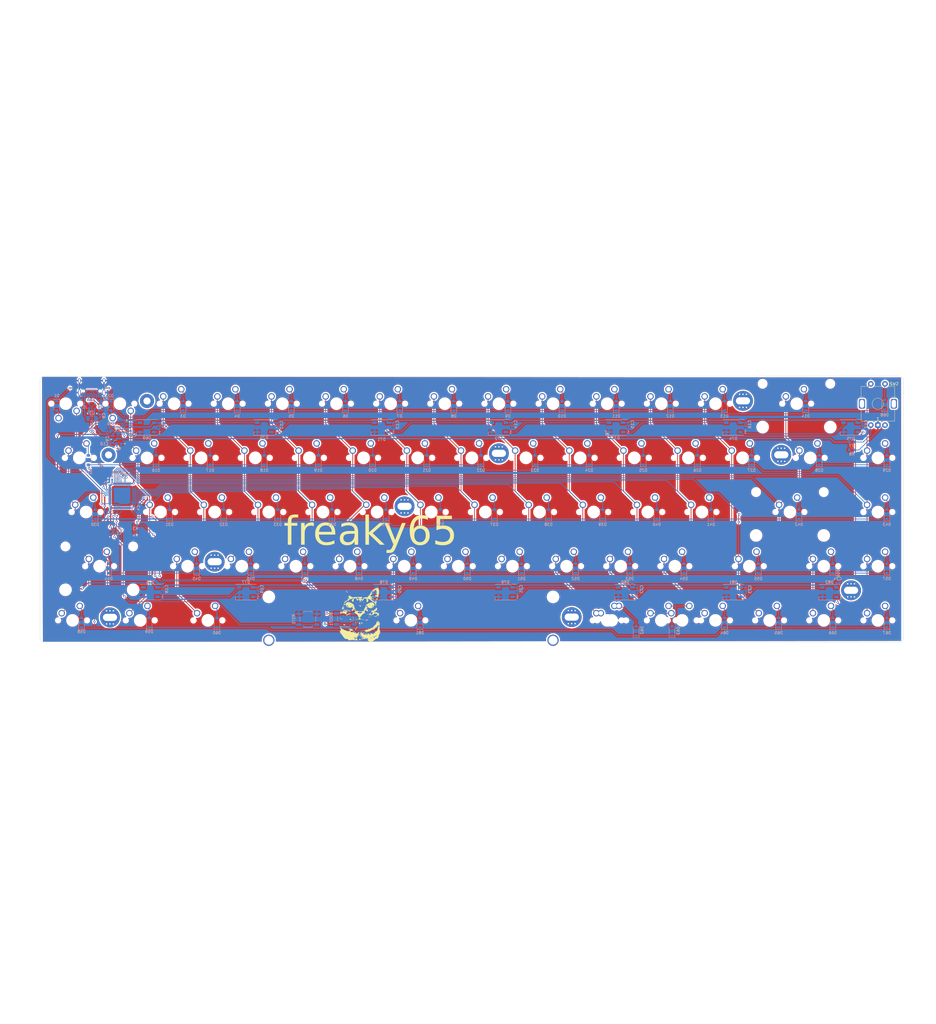
<source format=kicad_pcb>
(kicad_pcb (version 20240108) (generator "pcbnew") (generator_version "8.0")
  (layers (0 "F.Cu" signal) (31 "B.Cu" signal) (34 "B.Paste" user) (35 "F.Paste" user) (36 "B.SilkS" user "B.Silkscreen") (37 "F.SilkS" user "F.Silkscreen") (38 "B.Mask" user) (39 "F.Mask" user) (44 "Edge.Cuts" user))
  (net 0 "")
  (net 1 "+5V")
  (net 2 "GND")
  (net 3 "+3V3")
  (net 4 "NRST")
  (net 5 "VBUS")
  (net 6 "Net-(J1-CC1)")
  (net 8 "Net-(J1-CC2)")
  (net 10 "BOOT0")
  (net 12 "unconnected-(U1-PA14-Pad37)")
  (net 24 "Net-(R3-Pad2)")
  (net 25 "D+")
  (net 26 "D-")
  (net 27 "Net-(D1-A)")
  (net 28 "Net-(D2-A)")
  (net 29 "Net-(D3-A)")
  (net 30 "Net-(D4-A)")
  (net 31 "Net-(D5-A)")
  (net 32 "Net-(D6-A)")
  (net 33 "Net-(D7-A)")
  (net 34 "Net-(D8-A)")
  (net 35 "Net-(D9-A)")
  (net 36 "Net-(D10-A)")
  (net 37 "Net-(D11-A)")
  (net 38 "Net-(D12-A)")
  (net 39 "Net-(D13-A)")
  (net 40 "Net-(D14-A)")
  (net 41 "Net-(D16-A)")
  (net 42 "Net-(D17-A)")
  (net 43 "Net-(D18-A)")
  (net 44 "Net-(D19-A)")
  (net 45 "Net-(D20-A)")
  (net 46 "Net-(D21-A)")
  (net 47 "Net-(D22-A)")
  (net 48 "Net-(D23-A)")
  (net 49 "Net-(D24-A)")
  (net 50 "Net-(D25-A)")
  (net 51 "Net-(D26-A)")
  (net 52 "Net-(D27-A)")
  (net 53 "Net-(D28-A)")
  (net 54 "Net-(D29-A)")
  (net 55 "Net-(D30-A)")
  (net 56 "Net-(D31-A)")
  (net 57 "Net-(D32-A)")
  (net 58 "Net-(D33-A)")
  (net 59 "Net-(D34-A)")
  (net 60 "Net-(D35-A)")
  (net 61 "Net-(D36-A)")
  (net 62 "Net-(D37-A)")
  (net 63 "Net-(D38-A)")
  (net 64 "Net-(D39-A)")
  (net 65 "Net-(D40-A)")
  (net 66 "Net-(D41-A)")
  (net 67 "Net-(D42-A)")
  (net 68 "Net-(D43-A)")
  (net 69 "Net-(D44-A)")
  (net 70 "Net-(D45-A)")
  (net 71 "Net-(D46-A)")
  (net 72 "Net-(D47-A)")
  (net 73 "Net-(D48-A)")
  (net 74 "Net-(D49-A)")
  (net 75 "Net-(D50-A)")
  (net 76 "Net-(D51-A)")
  (net 77 "Net-(D52-A)")
  (net 78 "Net-(D53-A)")
  (net 79 "Net-(D54-A)")
  (net 80 "Net-(D55-A)")
  (net 81 "Net-(D56-A)")
  (net 82 "Net-(D57-A)")
  (net 83 "Net-(D58-A)")
  (net 84 "Net-(D59-A)")
  (net 85 "Net-(D60-A)")
  (net 86 "Net-(D61-A)")
  (net 87 "Net-(D62-A)")
  (net 88 "Net-(D63-A)")
  (net 89 "Net-(D64-A)")
  (net 90 "Net-(D65-A)")
  (net 91 "Net-(D66-A)")
  (net 92 "Net-(D67-A)")
  (net 93 "Net-(D15-A)")
  (net 94 "ROW0")
  (net 95 "ROW1")
  (net 96 "ROW2")
  (net 97 "ROW3")
  (net 98 "ROW4")
  (net 99 "COL0")
  (net 100 "COL1")
  (net 101 "COL2")
  (net 102 "COL3")
  (net 103 "COL4")
  (net 104 "COL5")
  (net 105 "COL6")
  (net 106 "COL7")
  (net 107 "COL8")
  (net 108 "COL9")
  (net 109 "COL10")
  (net 110 "COL11")
  (net 111 "COL12")
  (net 112 "COL13")
  (net 113 "Net-(D68-A)")
  (net 114 "TermA")
  (net 115 "TermB")
  (net 116 "COL14")
  (net 118 "RGBLED_5V")
  (net 119 "Net-(D69-DOUT)")
  (net 120 "Net-(D70-DOUT)")
  (net 121 "Net-(D71-DOUT)")
  (net 122 "Net-(D72-DOUT)")
  (net 123 "Net-(D73-DOUT)")
  (net 124 "Net-(D74-DOUT)")
  (net 125 "Net-(D75-DOUT)")
  (net 127 "Net-(D76-DOUT)")
  (net 128 "Net-(D77-DOUT)")
  (net 129 "Net-(D78-DOUT)")
  (net 130 "Net-(D79-DOUT)")
  (net 131 "Net-(D80-DOUT)")
  (net 132 "Net-(D81-DOUT)")
  (net 133 "RGBLED_3V3")
  (footprint "PCM_marbastlib-mx:SW_MX_1u" (layer "F.Cu") (at 178.0175 109.775)
    (property "Reference" "MX49" (hide yes))
    (property "Value" "MX_SW_solder")
  )
  (footprint "PCM_marbastlib-mx:SW_MX_1u" (layer "F.Cu") (at 239.93 71.675)
    (property "Reference" "MX24" (hide yes))
    (property "Value" "MX_SW_solder")
  )
  (footprint "PCM_marbastlib-mx:SW_MX_1u" (layer "F.Cu") (at 344.705 109.775)
    (property "Reference" "MX57" (hide yes))
    (property "Value" "MX_SW_solder")
  )
  (footprint "Draytronics Footprints:Oblong Mounting Hole" (layer "F.Cu") (at 74.845 122.985)
    (property "Reference" "REF**" (hide yes))
    (property "Value" "Oblong Mounting Hole" (hide yes))
  )
  (footprint "Draytronics Footprints:Oblong Mounting Hole" (layer "F.Cu") (at 211.685 65.3075)
    (property "Reference" "REF**" (hide yes))
    (property "Value" "Oblong Mounting Hole" (hide yes))
  )
  (footprint "PCM_marbastlib-mx:SW_MX_1u" (layer "F.Cu") (at 158.9675 109.775)
    (property "Reference" "MX48" (hide yes))
    (property "Value" "MX_SW_solder")
  )
  (footprint "PCM_marbastlib-mx:SW_MX_1u" (layer "F.Cu") (at 287.555 52.625)
    (property "Reference" "MX13" (hide yes))
    (property "Value" "MX_SW_solder")
  )
  (footprint "PCM_marbastlib-mx:SW_MX_1u" (layer "F.Cu") (at 58.955 52.625 180)
    (property "Reference" "MX1" (hide yes))
    (property "Value" "MX_SW_solder")
  )
  (footprint "MountingHole:MountingHole_2.5mm_Pad" (layer "F.Cu") (at 74.01716 70.65056)
    (property "Reference" "REF**" (hide yes))
    (property "Value" "MountingHole_2.5mm_Pad" (hide yes))
  )
  (footprint "PCM_marbastlib-mx:SW_MX_1u" (layer "F.Cu") (at 344.705 90.725)
    (property "Reference" "MX43" (hide yes))
    (property "Value" "MX_SW_solder")
  )
  (footprint "Draytronics Footprints:Oblong Mounting Hole" (layer "F.Cu") (at 111.6725 103.4075)
    (property "Reference" "REF**" (hide yes))
    (property "Value" "Oblong Mounting Hole" (hide yes))
  )
  (footprint "PCM_marbastlib-mx:SW_MX_1.75u" (layer "F.Cu") (at 66.09875 90.725)
    (property "Reference" "MX30" (hide yes))
    (property "Value" "MX_SW_solder")
  )
  (footprint "PCM_marbastlib-mx:SW_MX_1.25u" (layer "F.Cu") (at 61.33625 128.825)
    (property "Reference" "MX58" (hide yes))
    (property "Value" "MX_SW_solder")
  )
  (footprint "PCM_marbastlib-mx:SW_MX_1u" (layer "F.Cu") (at 344.705 128.825)
    (property "Reference" "MX67" (hide yes))
    (property "Value" "MX_SW_solder")
  )
  (footprint "PCM_marbastlib-mx:SW_MX_1u" (layer "F.Cu") (at 287.555 128.825)
    (property "Reference" "MX64" (hide yes))
    (property "Value" "MX_SW_solder")
  )
  (footprint "PCM_marbastlib-mx:STAB_MX_P_6.25u" (layer "F.Cu") (at 180.39875 128.825 180)
    (property "Reference" "S1" (hide yes))
    (property "Value" "MX_stab")
  )
  (footprint "PCM_marbastlib-mx:SW_MX_1u" (layer "F.Cu") (at 144.68 71.675)
    (property "Reference" "MX19" (hide yes))
    (property "Value" "MX_SW_solder")
  )
  (footprint "PCM_marbastlib-mx:SW_MX_1u" (layer "F.Cu") (at 249.455 52.625)
    (property "Reference" "MX11" (hide yes))
    (property "Value" "MX_SW_solder")
  )
  (footprint "PCM_marbastlib-mx:SW_MX_1u" (layer "F.Cu") (at 201.83 71.675)
    (property "Reference" "MX22" (hide yes))
    (property "Value" "MX_SW_solder")
  )
  (footprint "PCM_marbastlib-mx:SW_MX_1u" (layer "F.Cu") (at 182.78 71.675)
    (property "Reference" "MX21" (hide yes))
    (property "Value" "MX_SW_solder")
  )
  (footprint "PCM_marbastlib-mx:SW_MX_1.5u" (layer "F.Cu") (at 63.7175 71.675)
    (property "Reference" "MX15" (hide yes))
    (property "Value" "MX_SW_solder")
  )
  (footprint "PCM_marbastlib-mx:SW_MX_1u" (layer "F.Cu") (at 125.63 71.675)
    (property "Reference" "MX18" (hide yes))
    (property "Value" "MX_SW_solder")
  )
  (footprint "LOGO" (layer "F.Cu") (at 161.868957 126.62148)
    (property "Reference" "G***" (hide yes))
    (property "Value" "LOGO" (hide yes))
  )
  (footprint "PCM_marbastlib-mx:SW_MX_1u" (layer "F.Cu") (at 173.255 52.625)
    (property "Reference" "MX7" (hide yes))
    (property "Value" "MX_SW_solder")
  )
  (footprint "PCM_marbastlib-mx:SW_MX_1u" (layer "F.Cu") (at 225.6425 90.725)
    (property "Reference" "MX38" (hide yes))
    (property "Value" "MX_SW_solder")
  )
  (footprint "PCM_marbastlib-mx:SW_MX_1u" (layer "F.Cu") (at 192.305 52.625)
    (property "Reference" "MX8" (hide yes))
    (property "Value" "MX_SW_solder")
  )
  (footprint "PCM_marbastlib-mx:SW_MX_1u" (layer "F.Cu") (at 163.73 71.675)
    (property "Reference" "MX20" (hide yes))
    (property "Value" "MX_SW_solder")
  )
  (footprint "PCM_marbastlib-mx:SW_MX_1u" (layer "F.Cu") (at 130.3925 90.725)
    (property "Reference" "MX33" (hide yes))
    (property "Value" "MX_SW_solder")
  )
  (footprint "PCM_marbastlib-mx:SW_MX_1u" (layer "F.Cu") (at 325.655 109.775)
    (property "Reference" "MX56" (hide yes))
    (property "Value" "MX_SW_solder")
  )
  (footprint "PCM_marbastlib-mx:STAB_MX_2.25u" (layer "F.Cu") (at 70.74875 109.82305)
    (property "Reference" "S3" (hide yes))
    (property "Value" "MX_stab")
  )
  (footprint "PCM_marbastlib-mx:SW_MX_1u" (layer "F.Cu") (at 187.5425 90.725)
    (property "Reference" "MX36" (hide yes))
    (property "Value" "MX_SW_solder")
  )
  (footprint "PCM_marbastlib-mx:SW_MX_1u" (layer "F.Cu") (at 92.2925 90.725)
    (property "Reference" "MX31" (hide yes))
    (property "Value" "MX_SW_solder")
  )
  (footprint "Draytronics Footprints:Oblong Mounting Hole" (layer "F.Cu") (at 237.3034 122.89356)
    (property "Reference" "REF**" (hide yes))
    (property "Value" "Oblong Mounting Hole" (hide yes))
  )
  (footprint "PCM_marbastlib-mx:SW_MX_1u" (layer "F.Cu") (at 216.1175 109.775)
    (property "Reference" "MX51" (hide yes))
    (property "Value" "MX_SW_solder")
  )
  (footprint "PCM_marbastlib-mx:SW_MX_1u" (layer "F.Cu") (at 139.9175 109.775)
    (property "Reference" "MX47" (hide yes))
    (property "Value" "MX_SW_solder")
  )
  (footprint "Draytronics Footprints:Oblong Mounting Hole" (layer "F.Cu") (at 297.56744 46.85104)
    (property "Reference" "REF**" (hide yes))
    (property "Value" "Oblong Mounting Hole" (hide yes))
  )
  (footprint "PCM_marbastlib-mx:SW_MX_1u" (layer "F.Cu") (at 325.655 128.825)
    (property "Reference" "MX66" (hide yes))
    (property "Value" "MX_SW_solder")
  )
  (footprint "PCM_marbastlib-mx:SW_MX_1u" (layer "F.Cu") (at 316.13 52.625)
    (property "Reference" "MX14" (hide yes))
    (property "Value" "MX_SW_solder")
  )
  (footprint "PCM_marbastlib-mx:SW_MX_1u" (layer "F.Cu") (at 230.405 52.625)
    (property "Reference" "MX10" (hide yes))
    (property "Value" "MX_SW_solder")
  )
  (footprint "PCM_marbastlib-mx:SW_MX_1u" (layer "F.Cu") (at 282.7925 90.725)
    (property "Reference" "MX41" (hide yes))
    (property "Value" "MX_SW_solder")
  )
  (footprint "PCM_marbastlib-mx:SW_MX_1u" (layer "F.Cu") (at 306.605 128.825)
    (property "Reference" "MX65" (hide yes))
    (property "Value" "MX_SW_solder")
  )
  (footprint "PCM_marbastlib-mx:SW_MX_1u" (layer "F.Cu") (at 111.3425 90.725)
    (property "Reference" "MX32" (hide yes))
    (property "Value" "MX_SW_solder")
  )
  (footprint "PCM_marbastlib-mx:SW_MX_1.25u" (layer "F.Cu") (at 108.96125 128.825)
    (property "Reference" "MX60" (hide yes))
    (property "Value" "MX_SW_solder")
  )
  (footprint "MountingHole:MountingHole_2.5mm_Pad" (layer "F.Cu") (at 87.52996 51.67676)
    (property "Reference" "REF**" (hide yes))
    (property "Value" "MountingHole_2.5mm_Pad" (hide yes))
  )
  (footprint "PCM_marbastlib-mx:SW_MX_1u" (layer "F.Cu") (at 249.455 128.825)
    (property "Reference" "MX62" (hide yes))
    (property "Value" "MX_SW_solder")
  )
  (footprint "Draytronics Footprints:Oblong Mounting Hole" (layer "F.Cu") (at 178.485 83.960625)
    (property "Reference" "REF**" (hide yes))
    (property "Value" "Oblong Mounting Hole" (hide yes))
  )
  (footprint "PCM_marbastlib-mx:STAB_MX_2u" (layer "F.Cu") (at 316.04875 52.61)
    (property "Reference" "S4" (hide yes))
    (property "Value" "MX_stab")
  )
  (footprint "PCM_marbastlib-mx:SW_MX_1u" (layer "F.Cu") (at 97.055 52.625)
    (property "Reference" "MX3" (hide yes))
    (property "Value" "MX_SW_solder")
  )
  (footprint "PCM_marbastlib-mx:SW_MX_1u" (layer "F.Cu") (at 154.205 52.625)
    (property "Reference" "MX6" (hide yes))
    (property "Value" "MX_SW_solder")
  )
  (footprint "PCM_marbastlib-mx:SW_MX_1u" (layer "F.Cu") (at 235.1675 109.775)
    (property "Reference" "MX52" (hide yes))
    (property "Value" "MX_SW_solder")
  )
  (footprint "PCM_marbastlib-mx:SW_MX_1u" (layer "F.Cu") (at 268.505 52.625)
    (property "Reference" "MX12" (hide yes))
    (property "Value" "MX_SW_solder")
  )
  (footprint "PCM_marbastlib-mx:SW_MX_1u" (layer "F.Cu") (at 168.4925 90.725)
    (property "Reference" "MX35" (hide yes))
    (property "Value" "MX_SW_solder")
  )
  (footprint "PCM_marbastlib-mx:SW_MX_1u" (layer "F.Cu") (at 211.355 52.625)
    (property "Reference" "MX9" (hide yes))
    (property "Value" "MX_SW_solder")
  )
  (footprint "PCM_marbastlib-mx:SW_MX_1u" (layer "F.Cu") (at 197.0675 109.775)
    (property "Reference" "MX50" (hide yes))
    (property "Value" "MX_SW_solder")
  )
  (footprint "PCM_marbastlib-mx:SW_MX_1u" (layer "F.Cu") (at 101.8175 109.775)
    (property "Reference" "MX45" (hide yes))
    (property "Value" "MX_SW_solder")
  )
  (footprint "PCM_marbastlib-mx:SW_MX_1u" (layer "F.Cu") (at 344.705 71.675)
    (property "Reference" "MX29" (hide yes))
    (property "Value" "MX_SW_solder")
  )
  (footprint "PCM_marbastlib-mx:SW_MX_1.25u" (layer "F.Cu") (at 275.82625 128.825)
    (property "Reference" "MX69" (hide yes))
    (property "Value" "MX_SW_solder")
  )
  (footprint "PCM_marbastlib-various:ROT_Alps_EC11E-Switch" (layer "F.Cu") (at 344.705 52.665)
    (property "Reference" "SW2")
    (property "Value" "RotaryEncoder_Switch")
  )
  (footprint "PCM_marbastlib-mx:SW_MX_1u" (layer "F.Cu") (at 297.08 71.675)
    (property "Reference" "MX27" (hide yes))
    (property "Value" "MX_SW_solder")
  )
  (footprint "PCM_marbastlib-mx:SW_MX_1u" (layer "F.Cu") (at 258.98 71.675)
    (property "Reference" "MX25" (hide yes))
    (property "Value" "MX_SW_solder")
  )
  (footprint "PCM_marbastlib-mx:SW_MX_1.75u" (layer "F.Cu") (at 299.46125 109.775)
    (property "Reference" "MX55" (hide yes))
    (property "Value" "MX_SW_solder")
  )
  (footprint "PCM_marbastlib-mx:SW_MX_1u" (layer "F.Cu") (at 273.2675 109.775)
    (property "Reference" "MX54" (hide yes))
    (property "Value" "MX_SW_solder")
  )
  (footprint "PCM_marbastlib-mx:SW_MX_1u" (layer "F.Cu") (at 180.39875 128.825)
    (property "Reference" "MX61" (hide yes))
    (property "Value" "MX_SW_solder")
  )
  (footprint "PCM_marbastlib-mx:SW_MX_1u" (layer "F.Cu") (at 116.105 52.625)
    (property "Reference" "MX4" (hide yes))
    (property "Value" "MX_SW_solder")
  )
  (footprint "PCM_marbastlib-mx:SW_MX_1u" (layer "F.Cu") (at 220.88 71.675)
    (property "Reference" "MX23" (hide yes))
    (property "Value" "MX_SW_solder")
  )
  (footprint "PCM_marbastlib-mx:STAB_MX_2.25u" (layer "F.Cu") (at 313.74875 90.71)
    (property "Reference" "S2" (hide yes))
    (property "Value" "MX_stab")
  )
  (footprint "PCM_marbastlib-mx:SW_MX_1u" (layer "F.Cu") (at 313.74875 90.725)
    (property "Reference" "MX42" (hide yes))
    (property "Value" "MX_SW_solder")
  )
  (footprint "PCM_marbastlib-mx:SW_MX_1u" (layer "F.Cu") (at 106.58 71.675)
    (property "Reference" "MX17" (hide yes))
    (property "Value" "MX_SW_solder")
  )
  (footprint "PCM_marbastlib-mx:SW_MX_1u" (layer "F.Cu") (at 135.155 52.625)
    (property "Reference" "MX5" (hide yes))
    (property "Value" "MX_SW_solder")
  )
  (footprint "Draytronics Footprints:Oblong Mounting Hole" (layer "F.Cu") (at 335.59144 113.46988)
    (property "Reference" "REF**" (hide yes))
    (property "Value" "Oblong Mounting Hole" (hide yes))
  )
  (footprint "PCM_marbastlib-mx:SW_MX_1u" (layer "F.Cu") (at 70.86125 109.775)
    (property "Reference" "MX44" (hide yes))
    (property "Value" "MX_SW_solder")
  )
  (footprint "PCM_marbastlib-mx:SW_MX_1u" (layer "F.Cu") (at 254.2175 109.775)
    (property "Reference" "MX53" (hide yes))
    (property "Value" "MX_SW_solder")
  )
  (footprint "PCM_marbastlib-mx:SW_MX_1u" (layer "F.Cu") (at 87.53 71.675)
    (property "Reference" "MX16" (hide yes))
    (property "Value" "MX_SW_solder")
  )
  (footprint "Draytronics Footprints:Oblong Mounting Hole" (layer "F.Cu") (at 311.04468 65.82484)
    (property "Reference" "REF**" (hide yes))
    (property "Value" "Oblong Mounting Hole" (hide yes))
  )
  (footprint "PCM_marbastlib-mx:SW_MX_1u" (layer "F.Cu") (at 78.005 52.625 180)
    (property "Reference" "MX2" (hide yes))
    (property "Value" "MX_SW_solder")
  )
  (footprint "PCM_marbastlib-mx:SW_MX_1u" (layer "F.Cu") (at 120.8675 109.775)
    (property "Reference" "MX46" (hide yes))
    (property "Value" "MX_SW_solder")
  )
  (footprint "PCM_marbastlib-mx:SW_MX_1u" (layer "F.Cu") (at 149.4425 90.725)
    (property "Reference" "MX34" (hide yes))
    (property "Value" "MX_SW_solder")
  )
  (footprint "PCM_marbastlib-mx:SW_MX_1u" (layer "F.Cu") (at 206.5925 90.725)
    (property "Reference" "MX37" (hide yes))
    (property "Value" "MX_SW_solder")
  )
  (footprint "PCM_marbastlib-mx:SW_MX_1u" (layer "F.Cu") (at 244.6925 90.725)
    (property "Reference" "MX39" (hide yes))
    (property "Value" "MX_SW_solder")
  )
  (footprint "PCM_marbastlib-mx:SW_MX_1u" (layer "F.Cu") (at 278.03 71.675)
    (property "Reference" "MX26" (hide yes))
    (property "Value" "MX_SW_solder")
  )
  (footprint "PCM_marbastlib-mx:SW_MX_1.25u" (layer "F.Cu") (at 85.14875 128.825)
    (property "Reference" "MX59" (hide yes))
    (property "Value" "MX_SW_solder")
  )
  (footprint "PCM_marbastlib-mx:SW_MX_1u" (layer "F.Cu") (at 268.505 128.825)
    (property "Reference" "MX63" (hide yes))
    (property "Value" "MX_SW_solder")
  )
  (footprint "PCM_marbastlib-mx:SW_MX_1u" (layer "F.Cu") (at 263.7425 90.725)
    (property "Reference" "MX40" (hide yes))
    (property "Value" "MX_SW_solder")
  )
  (footprint "PCM_marbastlib-mx:SW_MX_1.25u" (layer "F.Cu") (at 251.0425 128.825)
    (property "Reference" "MX68" (hide yes))
    (property "Value" "MX_SW_solder")
  )
  (footprint "PCM_marbastlib-mx:SW_MX_1.5u" (layer "F.Cu") (at 320.8925 71.675)
    (property "Reference" "MX28" (hide yes))
    (property "Value" "MX_SW_solder")
  )
  (footprint "Capacitor_SMD:C_0402_1005Metric_Pad0.74x0.62mm_HandSolder" (layer "B.Cu") (at 215.955 59.925 -90)
    (property "Reference" "C14")
    (property "Value" "0.1 uF")
  )
  (footprint "Capacitor_SMD:C_0402_1005Metric_Pad0.74x0.62mm_HandSolder" (layer "B.Cu") (at 339.355 59.825 -90)
    (property "Reference" "C17")
    (property "Value" "0.1 uF")
  )
  (footprint "Capacitor_SMD:C_0402_1005Metric" (layer "B.Cu") (at 83.28 89.3 -90)
    (property "Reference" "C4")
    (property "Value" "100nF")
  )
  (footprint "Package_QFP:LQFP-48_7x7mm_P0.5mm" (layer "B.Cu") (at 78.78 85.05 90)
    (property "Reference" "U1")
    (property "Value" "STM32F072CBT6")
  )
  (footprint "Diode_SMD:D_SOD-123" (layer "B.Cu") (at 66.8925 72.46875 90)
    (property "Reference" "D15")
    (property "Value" "D_Small")
  )
  (footprint "Diode_SMD:D_SOD-123" (layer "B.Cu") (at 200.2425 110.56875 90)
    (property "Reference" "D50")
    (property "Value" "D_Small")
  )
  (footprint "Capacitor_SMD:C_0402_1005Metric_Pad0.74x0.62mm_HandSolder" (layer "B.Cu") (at 126.655 117.825 -90)
    (property "Reference" "C19")
    (property "Value" "0.1 uF")
  )
  (footprint "Diode_SMD:D_SOD-123" (layer "B.Cu") (at 309.78 129.61875 90)
    (property "Reference" "D65")
    (property "Value" "D_Small")
  )
  (footprint "Diode_SMD:D_SOD-123" (layer "B.Cu") (at 147.855 72.46875 90)
    (property "Reference" "D19")
    (property "Value" "D_Small")
  )
  (footprint "Capacitor_SMD:C_0402_1005Metric_Pad0.74x0.62mm_HandSolder" (layer "B.Cu") (at 257.055 59.825 -90)
    (property "Reference" "C15")
    (property "Value" "0.1 uF")
  )
  (footprint "Diode_SMD:D_SOD-123" (layer "B.Cu") (at 124.0425 110.56875 90)
    (property "Reference" "D46")
    (property "Value" "D_Small")
  )
  (footprint "Diode_SMD:D_SOD-123" (layer "B.Cu") (at 166.905 72.46875 90)
    (property "Reference" "D20")
    (property "Value" "D_Small")
  )
  (footprint "LED_SMD:LED_WS2812B_PLCC4_5.0x5.0mm_P3.2mm" (layer "B.Cu") (at 252.575832 60.959375 180)
    (property "Reference" "D73")
    (property "Value" "WS2812B")
  )
  (footprint "Capacitor_SMD:C_0402_1005Metric" (layer "B.Cu") (at 74.53 89.55 180)
    (property "Reference" "C3")
    (property "Value" "100nF")
  )
  (footprint "LED_SMD:LED_WS2812B_PLCC4_5.0x5.0mm_P3.2mm" (layer "B.Cu") (at 170.052916 60.959375 180)
    (property "Reference" "D71")
    (property "Value" "WS2812B")
  )
  (footprint "Diode_SMD:D_SOD-123" (layer "B.Cu") (at 109.755 72.46875 90)
    (property "Reference" "D17")
    (property "Value" "D_Small")
  )
  (footprint "Diode_SMD:D_SOD-123" (layer "B.Cu") (at 95.4675 91.51875 90)
    (property "Reference" "D31")
    (property "Value" "D_Small")
  )
  (footprint "Diode_SMD:D_SOD-123" (layer "B.Cu") (at 185.955 72.46875 90)
    (property "Reference" "D21")
    (property "Value" "D_Small")
  )
  (footprint "Capacitor_SMD:C_0402_1005Metric_Pad0.74x0.62mm_HandSolder" (layer "B.Cu") (at 217.955 117.825 -90)
    (property "Reference" "C21")
    (property "Value" "0.1 uF")
  )
  (footprint "Button_Switch_SMD:SW_SPST_TL3342" (layer "B.Cu") (at 157.355 128.325 180)
    (property "Reference" "BOOT1")
    (property "Value" "SW_SPST")
  )
  (footprint "Capacitor_SMD:C_0402_1005Metric_Pad0.74x0.62mm_HandSolder" (layer "B.Cu") (at 260.255 117.825 -90)
    (property "Reference" "C22")
    (property "Value" "0.1 uF")
  )
  (footprint "Package_TO_SOT_SMD:SOT-143" (layer "B.Cu") (at 68.126875 53.59625)
    (property "Reference" "U2")
    (property "Value" "PRTR5V0U2X")
  )
  (footprint "Capacitor_SMD:C_0402_1005Metric" (layer "B.Cu") (at 74.28 80.8 90)
    (property "Reference" "C5")
    (property "Value" "100nF")
  )
  (footprint "Diode_SMD:D_SOD-123" (layer "B.Cu") (at 162.1425 110.56875 90)
    (property "Reference" "D48")
    (property "Value" "D_Small")
  )
  (footprint "Diode_SMD:D_SOD-123" (layer "B.Cu") (at 347.08625 53.021875 90)
    (property "Reference" "D68")
    (property "Value" "D_Small")
  )
  (footprint "Capacitor_SMD:C_0402_1005Metric_Pad0.74x0.62mm_HandSolder" (layer "B.Cu") (at 298.255 117.825 -90)
    (property "Reference" "C23")
    (property "Value" "0.1 uF")
  )
  (footprint "Diode_SMD:D_SOD-123" (layer "B.Cu") (at 266.9175 91.51875 90)
    (property "Reference" "D40")
    (property "Value" "D_Small")
  )
  (footprint "Diode_SMD:D_SOD-123" (layer "B.Cu") (at 69.27375 91.51875 90)
    (property "Reference" "D30")
    (property "Value" "D_Small")
  )
  (footprint "LED_SMD:LED_WS2812B_PLCC4_5.0x5.0mm_P3.2mm" (layer "B.Cu") (at 88.720625 118.903125 180)
    (property "Reference" "D76")
    (property "Value" "WS2812B")
  )
  (footprint "Capacitor_SMD:C_0402_1005Metric_Pad0.74x0.62mm_HandSolder" (layer "B.Cu") (at 175.155 117.825 -90)
    (property "Reference" "C20")
    (property "Value" "0.1 uF")
  )
  (footprint "LED_SMD:LED_WS2812B_PLCC4_5.0x5.0mm_P3.2mm" (layer "B.Cu") (at 293.83729 118.903125 180)
    (property "Reference" "D81")
    (property "Value" "WS2812B")
  )
  (footprint "Diode_SMD:D_SOD-123" (layer "B.Cu") (at 133.5675 91.51875 90)
    (property "Reference" "D33")
    (property "Value" "D_Small")
  )
  (footprint "Diode_SMD:D_SOD-123" (layer "B.Cu") (at 328.83 110.56875 90)
    (property "Reference" "D56")
    (property "Value" "D_Small")
  )
  (footprint "Diode_SMD:D_SOD-123" (layer "B.Cu") (at 259.655 132.575 90)
    (property "Reference" "D62")
    (property "Value" "D_Small")
  )
  (footprint "Diode_SMD:D_SOD-123" (layer "B.Cu") (at 224.055 72.46875 90)
    (property "Reference" "D23")
    (property "Value" "D_Small")
  )
  (footprint "Diode_SMD:D_SOD-123" (layer "B.Cu") (at 181.1925 110.56875 90)
    (property "Reference" "D49")
    (property "Value" "D_Small")
  )
  (footprint "Button_Switch_SMD:SW_SPST_TL3342" (layer "B.Cu") (at 144.155 128.425)
    (property "Reference" "RST1")
    (property "Value" "SW_SPST")
  )
  (footprint "Diode_SMD:D_SOD-123" (layer "B.Cu") (at 55.78 53.41875 -90)
    (property "Reference" "D1")
    (property "Value" "D_Small")
  )
  (footprint "Diode_SMD:D_SOD-123" (layer "B.Cu") (at 285.9675 91.51875 90)
    (property "Reference" "D41")
    (property "Value" "D_Small")
  )
  (footprint "Diode_SMD:D_SOD-123" (layer "B.Cu") (at 262.155 72.46875 90)
    (property "Reference" "D25")
    (property "Value" "D_Small")
  )
  (footprint "Diode_SMD:D_SOD-123" (layer "B.Cu") (at 128.805 72.46875 90)
    (property "Reference" "D18")
    (property "Value" "D_Small")
  )
  (footprint "Diode_SMD:D_SOD-123" (layer "B.Cu") (at 74.83 53.41875 -90)
    (property "Reference" "D2")
    (property "Value" "D_Small")
  )
  (footprint "Capacitor_SMD:C_0402_1005Metric_Pad0.74x0.62mm_HandSolder" (layer "B.Cu") (at 298.255 59.925 -90)
    (property "Reference" "C16")
    (property "Value" "0.1 uF")
  )
  (footprint "Diode_SMD:D_SOD-123" (layer "B.Cu") (at 302.63625 110.56875 90)
    (property "Reference" "D55")
    (property "Value" "D_Small")
  )
  (footprint "Diode_SMD:D_SOD-123" (layer "B.Cu") (at 157.38 53.41875 90)
    (property "Reference" "D6")
    (property "Value" "D_Small")
  )
  (footprint "LED_SMD:LED_WS2812B_PLCC4_5.0x5.0mm_P3.2mm" (layer "B.Cu") (at 327.639375 118.903125 180)
    (property "Reference" "D82")
    (property "Value" "WS2812B")
  )
  (footprint "Capacitor_SMD:C_0402_1005Metric_Pad0.74x0.62mm_HandSolder" (layer "B.Cu") (at 92.055 59.9575 -90)
    (property "Reference" "C11")
    (property "Value" "0.1 uF")
  )
  (footprint "Diode_SMD:D_SOD-123" (layer "B.Cu") (at 247.8675 91.51875 90)
    (property "Reference" "D39")
    (property "Value" "D_Small")
  )
  (footprint "Capacitor_SMD:C_0402_1005Metric_Pad0.74x0.62mm_HandSolder" (layer "B.Cu") (at 82.355 62.225)
    (property "Reference" "C26")
    (property "Value" "0.1 uF")
  )
  (footprint "Diode_SMD:D_SOD-123" (layer "B.Cu") (at 290.73 53.41875 90)
    (property "Reference" "D13")
    (property "Value" "D_Small")
  )
  (footprint "Diode_SMD:D_SOD-123" (layer "B.Cu") (at 209.7675 91.51875 90)
    (property "Reference" "D37")
    (property "Value" "D_Small")
  )
  (footprint "Diode_SMD:D_SOD-123" (layer "B.Cu") (at 347.88 91.51875 90)
    (property "Reference" "D43")
    (property "Value" "D_Small")
  )
  (footprint "Diode_SMD:D_SOD-123" (layer "B.Cu") (at 90.705 72.46875 90)
    (property "Reference" "D16")
    (property "Value" "D_Small")
  )
  (footprint "Package_TO_SOT_SMD:SOT-23" (layer "B.Cu") (at 76.4025 63.9475 180)
    (property "Reference" "U3")
    (property "Value" "XC6206PxxxMR-Regulator_Linear")
  )
  (footprint "LED_SMD:LED_WS2812B_PLCC4_5.0x5.0mm_P3.2mm" (layer "B.Cu") (at 87.53 60.959375 180)
    (property "Reference" "D69")
    (property "Value" "WS2812B")
  )
  (footprint "Diode_SMD:D_SOD-123" (layer "B.Cu") (at 281.205 72.46875 90)
    (property "Reference" "D26")
    (property "Value" "D_Small")
  )
  (footprint "Diode_SMD:D_SOD-123" (layer "B.Cu") (at 316.92375 91.51875 90)
    (property "Reference" "D42")
    (property "Value" "D_Small")
  )
  (footprint "Diode_SMD:D_SOD-123" (layer "B.Cu") (at 257.3925 110.56875 90)
    (property "Reference" "D53")
    (property "Value" "D_Small")
  )
  (footprint "Diode_SMD:D_SOD-123" (layer "B.Cu") (at 252.63 53.41875 90)
    (property "Reference" "D11")
    (property "Value" "D_Small")
  )
  (footprint "Capacitor_SMD:C_0402_1005Metric" (layer "B.Cu") (at 74.78 79.3 180)
    (property "Reference" "C6")
    (property "Value" "100nF")
  )
  (footprint "Diode_SMD:D_SOD-123" (layer "B.Cu") (at 347.88 110.56875 90)
    (property "Reference" "D57")
    (property "Value" "D_Small")
  )
  (footprint "Diode_SMD:D_SOD-123" (layer "B.Cu") (at 233.58 53.41875 90)
    (property "Reference" "D10")
    (property "Value" "D_Small")
  )
  (footprint "Diode_SMD:D_SOD-123" (layer "B.Cu") (at 300.255 72.46875 90)
    (property "Reference" "D27")
    (property "Value" "D_Small")
  )
  (footprint "LED_SMD:LED_WS2812B_PLCC4_5.0x5.0mm_P3.2mm" (layer "B.Cu") (at 255.805 118.903125 180)
    (property "Reference" "D80")
    (property "Value" "WS2812B")
  )
  (footprint "Diode_SMD:D_SOD-123" (layer "B.Cu") (at 88.32375 129.61875 90)
    (property "Reference" "D59")
    (property "Value" "D_Small")
  )
  (footprint "Diode_SMD:D_SOD-123" (layer "B.Cu") (at 114.5175 91.51875 90)
    (property "Reference" "D32")
    (property "Value" "D_Small")
  )
  (footprint "LED_SMD:LED_WS2812B_PLCC4_5.0x5.0mm_P3.2mm" (layer "B.Cu") (at 122.38625 118.903125 180)
    (property "Reference" "D77")
    (property "Value" "WS2812B")
  )
  (footprint "Diode_SMD:D_SOD-123" (layer "B.Cu") (at 176.43 53.41875 90)
    (property "Reference" "D7")
    (property "Value" "D_Small")
  )
  (footprint "Diode_SMD:D_SOD-123" (layer "B.Cu") (at 64.51125 129.61875 90)
    (property "Reference" "D58")
    (property "Value" "D_Small")
  )
  (footprint "Diode_SMD:D_SOD-123" (layer "B.Cu") (at 238.3425 110.56875 90)
    (property "Reference" "D52")
    (property "Value" "D_Small")
  )
  (footprint "Diode_SMD:D_SOD-123" (layer "B.Cu") (at 183.57375 129.61875 90)
    (property "Reference" "D61")
    (property "Value" "D_Small")
  )
  (footprint "Diode_SMD:D_SOD-123" (layer "B.Cu") (at 272.255 132.575 90)
    (property "Reference" "D63")
    (property "Value" "D_Small")
  )
  (footprint "Diode_SMD:D_SOD-123" (layer "B.Cu") (at 347.88 72.46875 90)
    (property "Reference" "D29")
    (property "Value" "D_Small")
  )
  (footprint "Diode_SMD:D_SOD-123" (layer "B.Cu") (at 228.8175 91.51875 90)
    (property "Reference" "D38")
    (property "Value" "D_Small")
  )
  (footprint "LED_SMD:LED_WS2812B_PLCC4_5.0x5.0mm_P3.2mm" (layer "B.Cu") (at 213.6675 118.903125 180)
    (property "Reference" "D79")
    (property "Value" "WS2812B")
  )
  (footprint "Diode_SMD:D_SOD-123" (layer "B.Cu") (at 171.6675 91.51875 90)
    (property "Reference" "D35")
    (property "Value" "D_Small")
  )
  (footprint "Capacitor_SMD:C_0402_1005Metric" (layer "B.Cu") (at 74.9025 66.4475 180)
    (property "Reference" "C10")
    (property "Value" "1uF")
  )
  (footprint "Diode_SMD:D_SOD-123" (layer "B.Cu") (at 138.33 53.41875 90)
    (property "Reference" "D5")
    (property "Value" "D_Small")
  )
  (footprint "Fuse:Fuse_1206_3216Metric" (layer "B.Cu") (at 68.126875 57.84625)
    (property "Reference" "F1")
    (property "Value" "500mA")
  )
  (footprint "Diode_SMD:D_SOD-123" (layer "B.Cu") (at 74.03625 110.56875 90)
    (property "Reference" "D44")
    (property "Value" "D_Small")
  )
  (footprint "Diode_SMD:D_SOD-123" (layer "B.Cu") (at 152.6175 91.51875 90)
    (property "Reference" "D34")
    (property "Value" "D_Small")
  )
  (footprint "LED_SMD:LED_WS2812B_PLCC4_5.0x5.0mm_P3.2mm" (layer "B.Cu") (at 128.791458 60.959375 180)
    (property "Reference" "D70")
    (property "Value" "WS2812B")
  )
  (footprint "Diode_SMD:D_SOD-123" (layer "B.Cu") (at 276.4425 110.56875 90)
    (property "Reference" "D54")
    (property "Value" "D_Small")
  )
  (footprint "Capacitor_SMD:C_0402_1005Metric" (layer "B.Cu") (at 73.6525 62.9475 90)
    (property "Reference" "C9")
    (property "Value" "1uF")
  )
  (footprint "Diode_SMD:D_SOD-123" (layer "B.Cu") (at 104.9925 110.56875 90)
    (property "Reference" "D45")
    (property "Value" "D_Small")
  )
  (footprint "Diode_SMD:D_SOD-123" (layer "B.Cu") (at 143.0925 110.56875 90)
    (property "Reference" "D47")
    (property "Value" "D_Small")
  )
  (footprint "Diode_SMD:D_SOD-123" (layer "B.Cu") (at 195.48 53.41875 90)
    (property "Reference" "D8")
    (property "Value" "D_Small")
  )
  (footprint "Capacitor_SMD:C_0402_1005Metric" (layer "B.Cu") (at 75.591577 98.357894 180)
    (property "Reference" "C1")
    (property "Value" "100nF")
  )
  (footprint "Resistor_SMD:R_0402_1005Metric" (layer "B.Cu") (at 83.455 97.625)
    (property "Reference" "R4")
    (property "Value" "5.1k")
  )
  (footprint "Diode_SMD:D_SOD-123" (layer "B.Cu") (at 271.68 53.41875 90)
    (property "Reference" "D12")
    (property "Value" "D_Small")
  )
  (footprint "Capacitor_SMD:C_0402_1005Metric_Pad0.74x0.62mm_HandSolder" (layer "B.Cu") (at 74.955 60.825 180)
    (property "Reference" "C25")
    (property "Value" "0.1 uF")
  )
  (footprint "Capacitor_SMD:C_0402_1005Metric_Pad0.74x0.62mm_HandSolder" (layer "B.Cu") (at 93.255 117.825 -90)
    (property "Reference" "C18")
    (property "Value" "0.1 uF")
  )
  (footprint "Capacitor_SMD:C_0402_1005Metric" (layer "B.Cu") (at 75.591577 97.107894)
    (property "Reference" "C7")
    (property "Value" "100nF")
  )
  (footprint "Resistor_SMD:R_0603_1608Metric_Pad0.98x0.95mm_HandSolder" (layer "B.Cu") (at 335.555 68.925)
    (property "Reference" "R8")
    (property "Value" "5k")
  )
  (footprint "Diode_SMD:D_SOD-123" (layer "B.Cu") (at 112.13625 129.61875 90)
    (property "Reference" "D60")
    (property "Value" "D_Small")
  )
  (footprint "Resistor_SMD:R_0402_1005Metric" (layer "B.Cu") (at 70.855 51.625)
    (property "Reference" "R2")
    (property "Value" "5.1k")
  )
  (footprint "LED_SMD:LED_WS2812B_PLCC4_5.0x5.0mm_P3.2mm" (layer "B.Cu") (at 335.09875 60.959375 180)
    (property "Reference" "D75")
    (property "Value" "WS2812B")
  )
  (footprint "Diode_SMD:D_SOD-123" (layer "B.Cu") (at 319.305 53.41875 90)
    (property "Reference" "D14")
    (property "Value" "D_Small")
  )
  (footprint "Diode_SMD:D_SOD-123" (layer "B.Cu") (at 324.0675 72.46875 90)
    (property "Reference" "D28")
    (property "Value" "D_Small")
  )
  (footprint "Diode_SMD:D_SOD-123" (layer "B.Cu") (at 328.83 129.61875 90)
    (property "Reference" "D66")
    (property "Value" "D_Small")
  )
  (footprint "Diode_SMD:D_SOD-123" (layer "B.Cu") (at 190.7175 91.51875 90)
    (property "Reference" "D36")
    (property "Value" "D_Small")
  )
  (footprint "PCM_marbastlib-various:USB_C_Receptacle_HRO_TYPE-C-31-M-12" (layer "B.Cu") (at 68.075 45.59625)
    (property "Reference" "J1")
    (property "Value" "USB_C_Receptacle_USB2.0")
  )
  (footprint "LED_SMD:LED_WS2812B_PLCC4_5.0x5.0mm_P3.2mm" (layer "B.Cu") (at 211.314374 60.959375 180)
    (property "Reference" "D72")
    (property "Value" "WS2812B")
  )
  (footprint "Diode_SMD:D_SOD-123" (layer "B.Cu") (at 243.105 72.46875 90)
    (property "Reference" "D24")
    (property "Value" "D_Small")
  )
  (footprint "Resistor_SMD:R_0402_1005Metric" (layer "B.Cu") (at 71.155 54.925 180)
    (property "Reference" "R1")
    (property "Value" "5.1k")
  )
  (footprint "Resistor_SMD:R_0402_1005Metric" (layer "B.Cu") (at 83.455 95.325 180)
    (property "Reference" "R3")
    (property "Value" "5.1k")
  )
  (footprint "LED_SMD:LED_WS2812B_PLCC4_5.0x5.0mm_P3.2mm" (layer "B.Cu") (at 293.83729 60.959375 180)
    (property "Reference" "D74")
    (property "Value" "WS2812B")
  )
  (footprint "Capacitor_SMD:C_0603_1608Metric" (layer "B.Cu") (at 77.6525 66.6975)
    (property "Reference" "C2")
    (property "Value" "10uF")
  )
  (footprint "Capacitor_SMD:C_0402_1005Metric" (layer "B.Cu") (at 71.126875 56.84625 90)
    (property "Reference" "C8")
    (property "Value" "100nF")
  )
  (footprint "Diode_SMD:D_SOD-123" (layer "B.Cu") (at 214.53 53.41875 90)
    (property "Reference" "D9")
    (property "Value" "D_Small")
  )
  (footprint "Diode_SMD:D_SOD-123" (layer "B.Cu") (at 119.28 53.41875 90)
    (property "Reference" "D4")
    (property "Value" "D_Small")
  )
  (footprint "LED_SMD:LED_WS2812B_PLCC4_5.0x5.0mm_P3.2mm" (layer "B.Cu") (at 170.87375 118.903125 180)
    (property "Reference" "D78")
    (property "Value" "WS2812B")
  )
  (footprint "Diode_SMD:D_SOD-123" (layer "B.Cu") (at 290.73 129.61875 90)
    (property "Reference" "D64")
    (property "Value" "D_Small")
  )
  (footprint "Capacitor_SMD:C_0402_1005Metric_Pad0.74x0.62mm_HandSolder" (layer "B.Cu") (at 174.355 59.925 -90)
    (property "Reference" "C13")
    (property "Value" "0.1 uF")
  )
  (footprint "Diode_SMD:D_SOD-123" (layer "B.Cu") (at 219.2925 110.56875 90)
    (property "Reference" "D51")
    (property "Value" "D_Small")
  )
  (footprint "Diode_SMD:D_SOD-123" (layer "B.Cu") (at 347.88 129.61875 90)
    (property "Reference" "D67")
    (property "Value" "D_Small")
  )
  (footprint "Resistor_SMD:R_0603_1608Metric_Pad0.98x0.95mm_HandSolder" (layer "B.Cu") (at 335.576875 66.11875)
    (property "Reference" "R7")
    (property "Value" "5k")
  )
  (footprint "Capacitor_SMD:C_0402_1005Metric_Pad0.74x0.62mm_HandSolder" (layer "B.Cu") (at 133.455 60.025 -90)
    (property "Reference" "C12")
    (property "Value" "0.1 uF")
  )
  (footprint "Diode_SMD:D_SOD-123" (layer "B.Cu") (at 100.23 53.41875 90)
    (property "Reference" "D3")
    (property "Value" "D_Small")
  )
  (footprint "Diode_SMD:D_SOD-123" (layer "B.Cu") (at 205.005 72.46875 90)
    (property "Reference" "D22")
    (property "Value" "D_Small")
  )
  (footprint "Package_TO_SOT_SMD:SOT-363_SC-70-6_Handsoldering" (layer "B.Cu") (at 80.38625 60.165625)
    (property "Reference" "U4")
    (property "Value" "TXB0101")
  )
  (footprint "Capacitor_SMD:C_0402_1005Metric_Pad0.74x0.62mm_HandSolder" (layer "B.Cu") (at 330.655 115.425)
    (property "Reference" "C24")
    (property "Value" "0.1 uF")
  )
  (gr_arc (start 51.362729 136.396521) (mid 50.33 135.96875) (end 49.902229 134.936021) (stroke (width 0.1)) (layer "Edge.Cuts"))
  (gr_line (start 49.902229 134.936021) (end 49.877229 44.529604) (stroke (width 0.1)) (layer "Edge.Cuts"))
  (gr_arc (start 49.877229 44.529604) (mid 50.305 43.496875) (end 51.337729 43.069104) (stroke (width 0.1)) (layer "Edge.Cuts"))
  (gr_arc (start 353.682771 135.017271) (mid 353.255 136.05) (end 352.222271 136.477771) (stroke (width 0.1)) (layer "Edge.Cuts"))
  (gr_line (start 51.337729 43.069104) (end 352.247271 42.997229) (stroke (width 0.1)) (layer "Edge.Cuts"))
  (gr_line (start 352.222271 136.477771) (end 51.362729 136.396521) (stroke (width 0.1)) (layer "Edge.Cuts"))
  (gr_line (start 353.682771 135.017271) (end 353.707771 44.457729) (stroke (width 0.1)) (layer "Edge.Cuts"))
  (gr_arc (start 352.247271 42.997229) (mid 353.28 43.425) (end 353.70777 44.457729) (stroke (width 0.1)) (layer "Edge.Cuts"))
  (gr_text "freaky65\n\n" (at 135.555 120.725 0) (layer "F.SilkS") (effects (font (size 10 10) (thickness 0.2)) (justify left bottom)))
  (segment (start 56.055 63.925) (end 56.055 111.834353) (width 0.4) (layer "F.Cu") (net 1))
  (segment (start 61.945647 117.725) (end 62.755 117.725) (width 0.4) (layer "F.Cu") (net 1))
  (segment (start 63.155 117.725) (end 64.755 117.725) (width 0.4) (layer "F.Cu") (net 1))
  (segment (start 62.755 117.725) (end 63.155 117.725) (width 0.4) (layer "F.Cu") (net 1))
  (segment (start 56.055 111.834353) (end 61.945647 117.725) (width 0.4) (layer "F.Cu") (net 1))
  (via (at 56.055 63.925) (size 0.8) (drill 0.4) (layers "F.Cu" "B.Cu") (net 1))
  (via (at 64.755 117.725) (size 0.8) (drill 0.4) (layers "F.Cu" "B.Cu") (net 1))
  (segment (start 257.853125 58.459375) (end 295.43729 58.459375) (width 0.4) (layer "B.Cu") (net 1))
  (segment (start 93.259375 117.253125) (end 94.109375 116.403125) (width 0.4) (layer "B.Cu") (net 1))
  (segment (start 257.405 116.403125) (end 258.255 117.253125) (width 0.4) (layer "B.Cu") (net 1))
  (segment (start 297.13729 116.403125) (end 329.239375 116.403125) (width 0.4) (layer "B.Cu") (net 1))
  (segment (start 126.655 117.2575) (end 127.509375 116.403125) (width 0.4) (layer "B.Cu") (net 1))
  (segment (start 298.303125 59.309375) (end 299.1914 58.4211) (width 0.4) (layer "B.Cu") (net 1))
  (segment (start 80.884878 61.646997) (end 81.71625 60.815625) (width 0.4) (layer "B.Cu") (net 1))
  (segment (start 127.509375 116.403125) (end 172.47375 116.403125) (width 0.4) (layer "B.Cu") (net 1))
  (segment (start 295.43729 116.403125) (end 296.28729 117.253125) (width 0.4) (layer "B.Cu") (net 1))
  (segment (start 77.171029 61.646997) (end 80.884878 61.646997) (width 0.4) (layer "B.Cu") (net 1))
  (segment (start 174.555 59.3575) (end 175.453125 58.459375) (width 0.4) (layer "B.Cu") (net 1))
  (segment (start 88.47375 60.815625) (end 81.71625 60.815625) (width 0.4) (layer "B.Cu") (net 1))
  (segment (start 258.255 117.253125) (end 259.105 116.403125) (width 0.4) (layer "B.Cu") (net 1))
  (segment (start 70.606875 57.84625) (end 71.126875 57.32625) (width 0.4) (layer "B.Cu") (net 1))
  (segment (start 64.755 117.725) (end 66.84585 115.63415) (width 0.4) (layer "B.Cu") (net 1))
  (segment (start 171.652916 58.459375) (end 172.502916 59.309375) (width 0.4) (layer "B.Cu") (net 1))
  (segment (start 75.465 63.9475) (end 74.1725 63.9475) (width 0.4) (layer "B.Cu") (net 1))
  (segment (start 329.239375 116.403125) (end 330.089375 117.253125) (width 0.4) (layer "B.Cu") (net 1))
  (segment (start 134.453125 58.459375) (end 171.652916 58.459375) (width 0.4) (layer "B.Cu") (net 1))
  (segment (start 296.28729 117.253125) (end 298.250625 117.253125) (width 0.4) (layer "B.Cu") (net 1))
  (segment (start 217.955 117.2575) (end 218.809375 116.403125) (width 0.4) (layer "B.Cu") (net 1))
  (segment (start 255.025832 59.309375) (end 257.003125 59.309375) (width 0.4) (layer "B.Cu") (net 1))
  (segment (start 75.465 63.9475) (end 75.465 63.353026) (width 0.4) (layer "B.Cu") (net 1))
  (segment (start 123.98625 116.403125) (end 124.83625 117.253125) (width 0.4) (layer "B.Cu") (net 1))
  (segment (start 217.950625 117.253125) (end 217.955 117.2575) (width 0.4) (layer "B.Cu") (net 1))
  (segment (start 71.615001 63.4275) (end 69.526875 61.339374) (width 0.4) (layer "B.Cu") (net 1))
  (segment (start 172.47375 116.403125) (end 173.32375 117.253125) (width 0.4) (layer "B.Cu") (net 1))
  (segment (start 130.391458 58.459375) (end 131.241458 59.309375) (width 0.4) (layer "B.Cu") (net 1))
  (segment (start 124.840625 117.2575) (end 126.655 117.2575) (width 0.4) (layer "B.Cu") (net 1))
  (segment (start 66.84585 115.63415) (end 89.55165 115.63415) (width 0.4) (layer "B.Cu") (net 1))
  (segment (start 259.105 116.403125) (end 295.43729 116.403125) (width 0.4) (layer "B.Cu") (net 1))
  (segment (start 215.2675 116.403125) (end 216.1175 117.253125) (width 0.4) (layer "B.Cu") (net 1))
  (segment (start 257.003125 59.309375) (end 257.853125 58.459375) (width 0.4) (layer "B.Cu") (net 1))
  (segment (start 336.660475 58.4211) (end 337.54875 59.309375) (width 0.4) (layer "B.Cu") (net 1))
  (segment (start 330.089375 115.426875) (end 330.0875 115.425) (width 0.4) (layer "B.Cu") (net 1))
  (segment (start 212.914374 58.459375) (end 213.764374 59.309375) (width 0.4) (layer "B.Cu") (net 1))
  (segment (start 69.076875 54.59625) (end 69.126875 54.54625) (width 0.4) (layer "B.Cu") (net 1))
  (segment (start 339.303125 59.309375) (end 339.355 59.2575) (width 0.4) (layer "B.Cu") (net 1))
  (segment (start 337.54875 59.309375) (end 339.303125 59.309375) (width 0.4) (layer "B.Cu") (net 1))
  (segment (start 124.83625 117.253125) (end 124.840625 117.2575) (width 0.4) (layer "B.Cu") (net 1))
  (segment (start 173.32375 117.253125) (end 174.17375 116.403125) (width 0.4) (layer "B.Cu") (net 1))
  (segment (start 260.250625 117.253125) (end 260.255 117.2575) (width 0.4) (layer "B.Cu") (net 1))
  (segment (start 254.175832 58.459375) (end 255.025832 59.309375) (width 0.4) (layer "B.Cu") (net 1))
  (segment (start 133.603125 59.309375) (end 134.453125 58.459375) (width 0.4) (layer "B.Cu") (net 1))
  (segment (start 296.28729 59.309375) (end 298.303125 59.309375) (width 0.4) (layer "B.Cu") (net 1))
  (segment (start 94.109375 116.403125) (end 123.98625 116.403125) (width 0.4) (layer "B.Cu") (net 1))
  (segment (start 56.5525 63.4275) (end 56.155 63.825) (width 0.4) (layer "B.Cu") (net 1))
  (segment (start 80.884878 61.646997) (end 80.884878 61.854878) (width 0.4) (layer "B.Cu") (net 1))
  (segment (start 80.884878 61.854878) (end 81.255 62.225) (width 0.4) (layer "B.Cu") (net 1))
  (segment (start 89.55165 115.63415) (end 91.170625 117.253125) (width 0.4) (layer "B.Cu") (net 1))
  (segment (start 258.255 117.253125) (end 260.250625 117.253125) (width 0.4) (layer "B.Cu") (net 1))
  (segment (start 74.1725 63.9475) (end 73.6525 63.4275) (width 0.4) (layer "B.Cu") (net 1))
  (segment (start 175.150625 117.253125) (end 175.155 117.2575) (width 0.4) (layer "B.Cu") (net 1))
  (segment (start 92.055 59.39) (end 92.985625 58.459375) (width 0.4) (layer "B.Cu") (net 1))
  (segment (start 295.43729 58.459375) (end 296.28729 59.309375) (width 0.4) (layer "B.Cu") (net 1))
  (segment (start 81.255 62.225) (end 81.7875 62.225) (width 0.4) (layer "B.Cu") (net 1))
  (segment (start 89.98 59.309375) (end 88.47375 60.815625) (width 0.4) (layer "B.Cu") (net 1))
  (segment (start 56.155 63.825) (end 56.055 63.925) (width 0.4) (layer "B.Cu") (net 1))
  (segment (start 172.551041 59.3575) (end 174.555 59.3575) (width 0.4) (layer "B.Cu") (net 1))
  (segment (start 91.170625 117.253125) (end 93.259375 117.253125) (width 0.4) (layer "B.Cu") (net 1))
  (segment (start 72.44875 63.4275) (end 71.615001 63.4275) (width 0.4) (layer "B.Cu") (net 1))
  (segment (start 69.526875 57.84625) (end 70.606875 57.84625) (width 0.4) (layer "B.Cu") (net 1))
  (segment (start 89.98 59.309375) (end 90.060625 59.39) (width 0.4) (layer "B.Cu") (net 1))
  (segment (start 213.764374 59.309375) (end 216.003125 59.309375) (width 0.4) (layer "B.Cu") (net 1))
  (segment (start 173.32375 117.253125) (end 175.150625 117.253125) (width 0.4) (layer "B.Cu") (net 1))
  (segment (start 131.241458 59.309375) (end 133.603125 59.309375) (width 0.4) (layer "B.Cu") (net 1))
  (segment (start 298.250625 117.253125) (end 298.255 117.2575) (width 0.4) (layer "B.Cu") (net 1))
  (segment (start 216.853125 58.459375) (end 254.175832 58.459375) (width 0.4) (layer "B.Cu") (net 1))
  (segment (start 216.003125 59.309375) (end 216.853125 58.459375) (width 0.4) (layer "B.Cu") (net 1))
  (segment (start 69.526875 61.339374) (end 69.526875 57.84625) (width 0.4) (layer "B.Cu") (net 1))
  (segment (start 69.076875 57.39625) (end 69.076875 54.59625) (width 0.4) (layer "B.Cu") (net 1))
  (segment (start 218.809375 116.403125) (end 257.405 116.403125) (width 0.4) (layer "B.Cu") (net 1))
  (segment (start 296.28729 117.253125) (end 297.13729 116.403125) (width 0.4) (layer "B.Cu") (net 1))
  (segment (start 92.985625 58.459375) (end 130.391458 58.459375) (width 0.4) (layer "B.Cu") (net 1))
  (segment (start 216.1175 117.253125) (end 217.950625 117.253125) (width 0.4) (layer "B.Cu") (net 1))
  (segment (start 172.502916 59.309375) (end 172.551041 59.3575) (width 0.4) (layer "B.Cu") (net 1))
  (segment (start 73.6525 63.4275) (end 72.44875 63.4275) (width 0.4) (layer "B.Cu") (net 1))
  (segment (start 90.060625 59.39) (end 92.055 59.39) (width 0.4) (layer "B.Cu") (net 1))
  (segment (start 174.17375 116.403125) (end 215.2675 116.403125) (width 0.4) (layer "B.Cu") (net 1))
  (segment (start 73.6525 63.4275) (end 56.5525 63.4275) (width 0.4) (layer "B.Cu") (net 1))
  (segment (start 69.526875 57.84625) (end 69.076875 57.39625) (width 0.4) (layer "B.Cu") (net 1))
  (segment (start 175.453125 58.459375) (end 212.914374 58.459375) (width 0.4) (layer "B.Cu") (net 1))
  (segment (start 75.465 63.353026) (end 77.171029 61.646997) (width 0.4) (layer "B.Cu") (net 1))
  (segment (start 330.089375 117.253125) (end 330.089375 115.426875) (width 0.4) (layer "B.Cu") (net 1))
  (segment (start 299.1914 58.4211) (end 336.660475 58.4211) (width 0.4) (layer "B.Cu") (net 1))
  (segment (start 344.705 60.165) (end 344.705 57.675) (width 0.25) (layer "F.Cu") (net 2))
  (segment (start 344.705 57.675) (end 344.655 57.625) (width 0.25) (layer "F.Cu") (net 2))
  (via (at 74.43 99.446317) (size 0.8) (drill 0.4) (layers "F.Cu" "B.Cu") (net 2))
  (via (at 76.08 95.925) (size 0.8) (drill 0.4) (layers "F.Cu" "B.Cu") (net 2))
  (via (at 78.755 63.025) (size 0.8) (drill 0.4) (layers "F.Cu" "B.Cu") (net 2))
  (via (at 79.765 66.7075) (size 0.8) (drill 0.4) (layers "F.Cu" "B.Cu") (net 2))
  (via (at 80.405 58.425) (size 0.8) (drill 0.4) (layers "F.Cu" "B.Cu") (net 2))
  (via (at 344.655 57.625) (size 0.8) (drill 0.4) (layers "F.Cu" "B.Cu") (net 2))
  (via (at 74.9025 65.1975) (size 0.8) (drill 0.4) (layers "F.Cu" "B.Cu") (net 2))
  (via (at 71.695 53.795) (size 0.8) (drill 0.4) (layers "F.Cu" "B.Cu") (net 2))
  (via (at 73.955 90.825) (size 0.8) (drill 0.4) (layers "F.Cu" "B.Cu") (net 2))
  (via (at 69.876875 56.09625) (size 0.8) (drill 0.4) (layers "F.Cu" "B.Cu") (net 2))
  (via (at 66.626875 56.09625) (size 0.8) (drill 0.4) (layers "F.Cu" "B.Cu") (net 2))
  (via (at 83.98 98.75) (size 0.8) (drill 0.4) (layers "F.Cu" "B.Cu") (net 2))
  (via (at 82.955 63.425) (size 0.8) (drill 0.4) (layers "F.Cu" "B.Cu") (net 2))
  (segment (start 81.03 80.8875) (end 81.03 82.8) (width 0.25) (layer "B.Cu") (net 2))
  (segment (start 84.28 89.3) (end 83.8 89.78) (width 0.3) (layer "B.Cu") (net 2))
  (segment (start 74.43 99.446317) (end 74.43 99.019471) (width 0.4) (layer "B.Cu") (net 2))
  (segment (start 78.4275 66.6975) (end 79.755 66.6975) (width 0.4) (layer "B.Cu") (net 2))
  (segment (start 78.03 85.8) (end 78.78 85.05) (width 0.25) (layer "B.Cu") (net 2))
  (segment (start 76.071577 97.22545) (end 76.071577 97.107894) (width 0.4) (layer "B.Cu") (net 2))
  (segment (start 79.755 66.6975) (end 79.765 66.7075) (width 0.25) (layer "B.Cu") (net 2))
  (segment (start 79.760062 60.165625) (end 79.05625 60.165625) (width 0.25) (layer "B.Cu") (net 2))
  (segment (start 76.071577 95.933423) (end 76.08 95.925) (width 0.4) (layer "B.Cu") (net 2))
  (segment (start 71.365 52.34) (end 71.365 51.625) (width 0.25) (layer "B.Cu") (net 2))
  (segment (start 82.9425 87.3) (end 81.03 87.3) (width 0.3) (layer "B.Cu") (net 2))
  (segment (start 80.405 58.425) (end 80.405 59.520687) (width 0.25) (layer "B.Cu") (net 2))
  (segment (start 74.9025 65.1975) (end 74.4225 65.6775) (width 0.4) (layer "B.Cu") (net 2))
  (segment (start 76.071577 97.107894) (end 76.071577 95.933423) (width 0.4) (layer "B.Cu") (net 2))
  (segment (start 81.03 82.8) (end 78.78 85.05) (width 0.25) (layer "B.Cu") (net 2))
  (segment (start 74.6175 82.8) (end 73.53 82.8) (width 0.3) (layer "B.Cu") (net 2))
  (segment (start 74.28 80.32) (end 74.28 79.32) (width 0.4) (layer "B.Cu") (net 2))
  (segment (start 66.626875 56.09625) (end 67.126875 55.59625) (width 0.4) (layer "B.Cu") (net 2))
  (segment (start 71.665 54.925) (end 71.665 53.825) (width 0.25) (layer "B.Cu") (net 2))
  (segment (start 82.9225 63.3925) (end 82.955 63.425) (width 0.25) (layer "B.Cu") (net 2))
  (segment (start 74.05 90.73) (end 73.955 90.825) (width 0.25) (layer "B.Cu") (net 2))
  (segment (start 73.28 82.55) (end 73.28 80.8) (width 0.3) (layer "B.Cu") (net 2))
  (segment (start 78.78 85.05) (end 76.53 82.8) (width 0.3) (layer "B.Cu") (net 2))
  (segment (start 71.37125 52.34625) (end 71.37125 53.47125) (width 0.25) (layer "B.Cu") (net 2))
  (segment (start 73.76 80.32) (end 74.28 80.32) (width 0.3) (layer "B.Cu") (net 2))
  (segment (start 80.405 59.520687) (end 79.760062 60.165625) (width 0.25) (layer "B.Cu") (net 2))
  (segment (start 71.376875 49.64125) (end 71.531875 49.64125) (width 0.4) (layer "B.Cu") (net 2))
  (segment (start 75.111577 98.357894) (end 75.111577 98.18545) (width 0.4) (layer "B.Cu") (net 2))
  (segment (start 71.531875 49.64125) (end 72.446875 48.72625) (width 0.4) (layer "B.Cu") (net 2))
  (segment (start 69.876875 56.09625) (end 70.856875 56.09625) (width 0.4) (layer "B.Cu") (net 2))
  (segment (start 83.8 89.78) (end 83.28 89.78) (width 0.3) (layer "B.Cu") (net 2))
  (segment (start 67.126875 55.59625) (end 67.126875 54.34625) (width 0.4) (layer "B.Cu") (net 2))
  (segment (start 71.665 53.825) (end 71.695 53.795) (width 0.25) (layer "B.Cu") (net 2))
  (segment (start 81.03 87.3) (end 78.78 85.05) (width 0.3) (layer "B.Cu") (net 2))
  (segment (start 84.28 87.55) (end 84.28 89.3) (width 0.3) (layer "B.Cu") (net 2))
  (segment (start 78.7275 62.9975) (end 78.755 63.025) (width 0.25) (layer "B.Cu") (net 2))
  (segment (start 71.37125 53.47125) (end 71.695 53.795) (width 0.25) (layer "B.Cu") (net 2))
  (segment (start 70.856875 56.09625) (end 71.126875 56.36625) (width 0.4) (layer "B.Cu") (net 2))
  (segment (start 74.05 89.55) (end 74.05 90.73) (width 0.25) (layer "B.Cu") (net 2))
  (segment (start 63.806875 48.72625) (end 64.721875 49.64125) (width 0.4) (layer "B.Cu") (net 2))
  (segment (start 73.28 80.8) (end 73.76 80.32) (width 0.3) (layer "B.Cu") (net 2))
  (segment (start 64.721875 49.64125) (end 64.876875 49.64125) (width 0.4) (layer "B.Cu") (net 2))
  (segment (start 78.03 89.2125) (end 78.03 85.8) (width 0.25) (layer "B.Cu") (net 2))
  (segment (start 73.53 82.8) (end 73.28 82.55) (width 0.3) (layer "B.Cu") (net 2))
  (segment (start 71.37125 52.34625) (end 71.365 52.34) (width 0.25) (layer "B.Cu") (net 2))
  (segment (start 83.965 97.625) (end 83.965 98.735) (width 0.25) (layer "B.Cu") (net 2))
  (segment (start 74.43 99.446317) (end 74.43 99.706317) (width 0.4) (layer "B.Cu") (net 2))
  (segment (start 82.9425 87.3) (end 84.03 87.3) (width 0.3) (layer "B.Cu") (net 2))
  (segment (start 83.965 98.735) (end 83.98 98.75) (width 0.25) (layer "B.Cu") (net 2))
  (segment (start 77.34 62.9975) (end 78.7275 62.9975) (width 0.25) (layer "B.Cu") (net 2))
  (segment (start 84.03 87.3) (end 84.28 87.55) (width 0.3) (layer "B.Cu") (net 2))
  (segment (start 76.53 82.8) (end 74.6175 82.8) (width 0.3) (layer "B.Cu") (net 2))
  (segment (start 74.4225 65.6775) (end 74.4225 66.4475) (width 0.4) (layer "B.Cu") (net 2))
  (segment (start 82.9225 62.225) (end 82.9225 63.3925) (width 0.25) (layer "B.Cu") (net 2))
  (segment (start 141.005 126.525) (end 147.305 126.525) (width 0.4) (layer "B.Cu") (net 2))
  (segment (start 74.43 99.019471) (end 75.091577 98.357894) (width 0.4) (layer "B.Cu") (net 2))
  (segment (start 75.111577 98.18545) (end 76.071577 97.22545) (width 0.4) (layer "B.Cu") (net 2))
  (segment (start 74.655 96) (end 74.755 95.9) (width 0.4) (layer "F.Cu") (net 3))
  (segment (start 76.955 60.825) (end 77.580305 60.825) (width 0.25) (layer "F.Cu") (net 3))
  (segment (start 74.53 88.55) (end 74.53 81.55) (width 0.4) (layer "F.Cu") (net 3))
  (segment (start 91.955 113.125) (end 91.955 94.96875) (width 0.25) (layer "F.Cu") (net 3))
  (segment (start 74.53 88.55) (end 75.28 89.3) (width 0.4) (layer "F.Cu") (net 3))
  (segment (start 82.68 80.8) (end 75.28 80.8) (width 0.4) (layer "F.Cu") (net 3))
  (segment (start 77.580305 60.825) (end 79.555 62.799695) (width 0.25) (layer "F.Cu") (net 3))
  (segment (start 74.755 95.9) (end 74.755 88.775) (width 0.4) (layer "F.Cu") (net 3))
  (segment (start 74.53 81.55) (end 75.28 80.8) (width 0.4) (layer "F.Cu") (net 3))
  (segment (start 75.28 89.3) (end 76.03 89.3) (width 0.4) (layer "F.Cu") (net 3))
  (segment (start 77.975 69.1175) (end 76.955 68.0975) (width 0.4) (layer "F.Cu") (net 3))
  (segment (start 79.555 62.799695) (end 79.555 63.825) (width 0.25) (layer "F.Cu") (net 3))
  (segment (start 82.855 80.625) (end 82.68 80.8) (width 0.4) (layer "F.Cu") (net 3))
  (segment (start 74.755 88.775) (end 74.53 88.55) (width 0.4) (layer "F.Cu") (net 3))
  (segment (start 150.855 122.025) (end 143.355 114.525) (width 0.25) (layer "F.Cu") (net 3))
  (segment (start 77.975 74.445) (end 77.975 69.1175) (width 0.4) (layer "F.Cu") (net 3))
  (segment (start 91.955 94.96875) (end 89.355 92.36875) (width 0.25) (layer "F.Cu") (net 3))
  (segment (start 82.855 80.625) (end 82.855 79.325) (width 0.4) (layer "F.Cu") (net 3))
  (segment (start 150.855 126.425) (end 150.855 122.025) (width 0.25) (layer "F.Cu") (net 3))
  (segment (start 82.855 79.325) (end 77.975 74.445) (width 0.4) (layer "F.Cu") (net 3))
  (segment (start 82.28 89.3) (end 76.03 89.3) (width 0.4) (layer "F.Cu") (net 3))
  (via (at 91.955 113.125) (size 0.8) (drill 0.4) (layers "F.Cu" "B.Cu") (net 3))
  (via (at 79.555 63.825) (size 0.8) (drill 0.4) (layers "F.Cu" "B.Cu") (net 3))
  (via (at 74.655 96) (size 0.8) (drill 0.4) (layers "F.Cu" "B.Cu") (net 3))
  (via (at 82.855 80.625) (size 0.8) (drill 0.4) (layers "F.Cu" "B.Cu") (net 3))
  (via (at 74.53 88.55) (size 0.8) (drill 0.4) (layers "F.Cu" "B.Cu") (net 3))
  (via (at 76.955 60.825) (size 0.8) (drill 0.4) (layers "F.Cu" "B.Cu") (net 3))
  (via (at 82.28 89.3) (size 0.8) (drill 0.4) (layers "F.Cu" "B.Cu") (net 3))
  (via (at 89.355 92.36875) (size 0.8) (drill 0.4) (layers "F.Cu" "B.Cu") (net 3))
  (via (at 150.855 126.425) (size 0.8) (drill 0.4) (layers "F.Cu" "B.Cu") (net 3))
  (via (at 75.28 80.8) (size 0.8) (drill 0.4) (layers "F.Cu" "B.Cu") (net 3))
  (via (at 76.955 68.0975) (size 0.8) (drill 0.4) (layers "F.Cu" "B.Cu") (net 3))
  (via (at 143.355 114.525) (size 0.8) (drill 0.4) (layers "F.Cu" "B.Cu") (net 3))
  (segment (start 77.34 64.8975) (end 76.9325 64.8975) (width 0.4) (layer "B.Cu") (net 3))
  (segment (start 89.355 92.36875) (end 83.948751 92.36875) (width 0.25) (layer "B.Cu") (net 3))
  (segment (start 75.26 80.78) (end 75.26 79.3) (width 0.4) (layer "B.Cu") (net 3))
  (segment (start 77.53 89.2125) (end 77.53 88.407236) (width 0.25) (layer "B.Cu") (net 3))
  (segment (start 328.066875 64.8975) (end 79.555 64.8975) (width 0.4) (layer "B.Cu") (net 3))
  (segment (start 329.288125 66.11875) (end 334.664375 66.11875) (width 0.4) (layer "B.Cu") (net 3))
  (segment (start 80.410062 60.165625) (end 79.760062 60.815625) (width 0.25) (layer "B.Cu") (net 3))
  (segment (start 76.8775 66.6975) (end 75.6325 66.6975) (width 0.4) (layer "B.Cu") (net 3))
  (segment (start 74.53 88.55) (end 75.01 89.03) (width 0.4) (layer "B.Cu") (net 3))
  (segment (start 334.6425 66.140625) (end 334.6425 68.925) (width 0.25) (layer "B.Cu") (net 3))
  (segment (start 82.08 87.8) (end 82.9425 87.8) (width 0.25) (layer "B.Cu") (net 3))
  (segment (start 74.8 81.28) (end 74.28 81.28) (width 0.4) (layer "B.Cu") (net 3))
  (segment (start 83.28 88.82) (end 82.76 88.82) (width 0.4) (layer "B.Cu") (net 3))
  (segment (start 75.572764 88.15) (end 75.172764 88.55) (width 0.25) (layer "B.Cu") (net 3))
  (segment (start 76.955 60.825) (end 76.964375 60.815625) (width 0.25) (layer "B.Cu") (net 3))
  (segment (start 93.355 114.525) (end 91.955 113.125) (width 0.25) (layer "B.Cu") (net 3))
  (segment (start 77.53 88.407236) (end 77.272764 88.15) (width 0.25) (layer "B.Cu") (net 3))
  (segment (start 75.091577 96.436577) (end 75.091577 97.107894) (width 0.4) (layer "B.Cu") (net 3))
  (segment (start 79.555 64.8975) (end 77.34 64.8975) (width 0.4) (layer "B.Cu") (net 3))
  (segment (start 75.01 89.03) (end 75.01 89.55) (width 0.4) (layer "B.Cu") (net 3))
  (segment (start 76.955 60.825) (end 75.5225 60.825) (width 0.25) (layer "B.Cu") (net 3))
  (segment (start 76.955 66.775) (end 76.8775 66.6975) (width 0.4) (layer "B.Cu") (net 3))
  (segment (start 74.655 96) (end 75.091577 96.436577) (width 0.4) (layer "B.Cu") (net 3))
  (segment (start 154.205 126.425) (end 150.855 126.425) (width 0.25) (layer "B.Cu") (net 3))
  (segment (start 75.172764 88.55) (end 74.53 88.55) (width 0.25) (layer "B.Cu") (net 3))
  (segment (start 82.28 90.699999) (end 82.28 89.3) (width 0.25) (layer "B.Cu") (net 3))
  (segment (start 76.955 68.0975) (end 76.955 66.775) (width 0.4) (layer "B.Cu") (net 3))
  (segment (start 77.272764 88.15) (end 75.572764 88.15) (width 0.25) (layer "B.Cu") (net 3))
  (segment (start 143.355 114.525) (end 93.355 114.525) (width 0.25) (layer "B.Cu") (net 3))
  (segment (start 81.58 80.8) (end 81.58 80.8875) (width 0.4) (layer "B.Cu") (net 3))
  (segment (start 79.760062 60.815625) (end 79.05625 60.815625) (width 0.25) (layer "B.Cu") (net 3))
  (segment (start 76.9325 64.8975) (end 75.3825 66.4475) (width 0.4) (layer "B.Cu") (net 3))
  (segment (start 81.53 89.2125) (end 81.53 88.35) (width 0.25) (layer "B.Cu") (net 3))
  (segment (start 75.28 80.8) (end 74.8 81.28) (width 0.4) (layer "B.Cu") (net 3))
  (segment (start 81.71625 60.165625) (end 80.410062 60.165625) (width 0.25) (layer "B.Cu") (net 3))
  (segment (start 328.066875 64.8975) (end 329.288125 66.11875) (width 0.4) (layer "B.Cu") (net 3))
  (segment (start 334.664375 66.11875) (end 334.6425 66.140625) (width 0.25) (layer "B.Cu") (net 3))
  (segment (start 76.964375 60.815625) (end 79.05625 60.815625) (width 0.25) (layer "B.Cu") (net 3))
  (segment (start 81.53 88.35) (end 82.08 87.8) (width 0.25) (layer "B.Cu") (net 3))
  (segment (start 83.948751 92.36875) (end 82.28 90.699999) (width 0.25) (layer "B.Cu") (net 3))
  (segment (start 79.555 63.825) (end 79.555 64.8975) (width 0.25) (layer "B.Cu") (net 3))
  (segment (start 75.28 80.8) (end 75.26 80.78) (width 0.4) (layer "B.Cu") (net 3))
  (segment (start 83.28 88.1375) (end 83.28 88.82) (width 0.3) (layer "B.Cu") (net 3))
  (segment (start 82.76 88.82) (end 82.28 89.3) (width 0.4) (layer "B.Cu") (net 3))
  (segment (start 82.855 80.625) (end 81.755 80.625) (width 0.4) (layer "B.Cu") (net 3))
  (segment (start 75.6325 66.6975) (end 75.3825 66.4475) (width 0.4) (layer "B.Cu") (net 3))
  (segment (start 82.9425 87.8) (end 83.28 88.1375) (width 0.3) (layer "B.Cu") (net 3))
  (segment (start 74.28 81.9625) (end 74.6175 82.3) (width 0.3) (layer "B.Cu") (net 3))
  (segment (start 74.28 81.28) (end 74.28 81.9625) (width 0.3) (layer "B.Cu") (net 3))
  (segment (start 81.755 80.625) (end 81.58 80.8) (width 0.4) (layer "B.Cu") (net 3))
  (segment (start 160.505 126.425) (end 154.205 126.425) (width 0.25) (layer "B.Cu") (net 3))
  (segment (start 76.855 92.225) (end 76.855 94.025) (width 0.25) (layer "F.Cu") (net 4))
  (segment (start 79.555 120.325) (end 79.155 119.925) (width 0.25) (layer "F.Cu") (net 4))
  (segment (start 79.155 102.571317) (end 76.03 99.446317) (width 0.25) (layer "F.Cu") (net 4))
  (segment (start 79.155 119.925) (end 79.155 102.571317) (width 0.25) (layer "F.Cu") (net 4))
  (via (at 76.855 92.225) (size 0.8) (drill 0.4) (layers "F.Cu" "B.Cu") (net 4))
  (via (at 76.855 94.025) (size 0.8) (drill 0.4) (layers "F.Cu" "B.Cu") (net 4))
  (via (at 79.555 120.325) (size 0.8) (drill 0.4) (layers "F.Cu" "B.Cu") (net 4))
  (via (at 76.03 99.446317) (size 0.8) (drill 0.4) (layers "F.Cu" "B.Cu") (net 4))
  (segment (start 78.53 90.55) (end 78.53 89.2125) (width 0.25) (layer "B.Cu") (net 4))
  (segment (start 147.305 130.325) (end 141.005 130.325) (width 0.25) (layer "B.Cu") (net 4))
  (segment (start 76.805 97.624471) (end 76.805 94.075) (width 0.25) (layer "B.Cu") (net 4))
  (segment (start 76.855 92.225) (end 78.53 90.55) (width 0.25) (layer "B.Cu") (net 4))
  (segment (start 76.071577 99.40474) (end 76.071577 98.357894) (width 0.25) (layer "B.Cu") (net 4))
  (segment (start 76.071577 98.357894) (end 76.805 97.624471) (width 0.25) (layer "B.Cu") (net 4))
  (segment (start 120.155 130.312784) (end 120.155 130.325) (width 0.25) (layer "B.Cu") (net 4))
  (segment (start 120.155 130.325) (end 141.005 130.325) (width 0.25) (layer "B.Cu") (net 4))
  (segment (start 79.555 120.325) (end 81.5 122.27) (width 0.25) (layer "B.Cu") (net 4))
  (segment (start 81.5 122.27) (end 112.112216 122.27) (width 0.25) (layer "B.Cu") (net 4))
  (segment (start 76.805 94.075) (end 76.855 94.025) (width 0.25) (layer "B.Cu") (net 4))
  (segment (start 76.03 99.446317) (end 76.071577 99.40474) (width 0.25) (layer "B.Cu") (net 4))
  (segment (start 112.112216 122.27) (end 120.155 130.312784) (width 0.25) (layer "B.Cu") (net 4))
  (segment (start 66.67375 47.84625) (end 65.676875 48.843125) (width 0.4) (layer "B.Cu") (net 5))
  (segment (start 65.676875 48.843125) (end 65.676875 49.64125) (width 0.4) (layer "B.Cu") (net 5))
  (segment (start 70.576875 48.926875) (end 69.575042 47.925042) (width 0.4) (layer "B.Cu") (net 5))
  (segment (start 65.615 56.734375) (end 66.726875 57.84625) (width 0.35) (layer "B.Cu") (net 5))
  (segment (start 65.676875 49.64125) (end 65.615 49.703125) (width 0.35) (layer "B.Cu") (net 5))
  (segment (start 70.576875 49.64125) (end 70.576875 48.926875) (width 0.4) (layer "B.Cu") (net 5))
  (segment (start 69.575042 47.925042) (end 69.575042 47.84625) (width 0.4) (layer "B.Cu") (net 5))
  (segment (start 65.615 49.703125) (end 65.615 56.734375) (width 0.35) (layer "B.Cu") (net 5))
  (segment (start 69.575042 47.84625) (end 66.67375 47.84625) (width 0.4) (layer "B.Cu") (net 5))
  (segment (start 68.87625 51.34625) (end 66.876875 51.34625) (width 0.25) (layer "F.Cu") (net 6))
  (segment (start 70.616875 53.086875) (end 68.87625 51.34625) (width 0.25) (layer "F.Cu") (net 6))
  (segment (start 70.616875 53.74875) (end 70.616875 53.086875) (width 0.25) (layer "F.Cu") (net 6))
  (via (at 70.616875 53.74875) (size 0.8) (drill 0.4) (layers "F.Cu" "B.Cu") (net 6))
  (via (at 66.876875 51.34625) (size 0.8) (drill 0.4) (layers "F.Cu" "B.Cu") (net 6))
  (segment (start 70.645 53.776875) (end 70.616875 53.74875) (width 0.25) (layer "B.Cu") (net 6))
  (segment (start 66.815 49.65125) (end 66.825 49.64125) (width 0.25) (layer "B.Cu") (net 6))
  (segment (start 66.876875 51.34625) (end 66.876875 50.646875) (width 0.25) (layer "B.Cu") (net 6))
  (segment (start 66.815 50.585) (end 66.815 49.65125) (width 0.25) (layer "B.Cu") (net 6))
  (segment (start 70.645 54.925) (end 70.645 53.776875) (width 0.25) (layer "B.Cu") (net 6))
  (segment (start 66.876875 50.646875) (end 66.815 50.585) (width 0.25) (layer "B.Cu") (net 6))
  (segment (start 70.345 51.625) (end 69.876875 51.156875) (width 0.25) (layer "B.Cu") (net 8))
  (segment (start 69.876875 51.156875) (end 69.876875 49.64125) (width 0.25) (layer "B.Cu") (net 8))
  (segment (start 142.717431 115.295396) (end 143.225396 115.295396) (width 0.25) (layer "F.Cu") (net 10))
  (segment (start 84.755 88.025) (end 84.755 93.525) (width 0.25) (layer "F.Cu") (net 10))
  (segment (start 150.13 122.2) (end 150.13 130.1) (width 0.25) (layer "F.Cu") (net 10))
  (segment (start 150.13 130.1) (end 150.155 130.125) (width 0.25) (layer "F.Cu") (net 10))
  (segment (start 90.355 113.125) (end 90.355 99.325) (width 0.25) (layer "F.Cu") (net 10))
  (segment (start 90.355 99.325) (end 89.755 98.725) (width 0.25) (layer "F.Cu") (net 10))
  (segment (start 86.585 86.195) (end 84.755 88.025) (width 0.25) (layer "F.Cu") (net 10))
  (segment (start 86.585 85.825) (end 86.585 86.195) (width 0.25) (layer "F.Cu") (net 10))
  (segment (start 84.755 93.525) (end 84.055 94.225) (width 0.25) (layer "F.Cu") (net 10))
  (segment (start 143.225396 115.295396) (end 150.13 122.2) (width 0.25) (layer "F.Cu") (net 10))
  (via (at 90.355 113.125) (size 0.8) (drill 0.4) (layers "F.Cu" "B.Cu") (net 10))
  (via (at 86.585 85.825) (size 0.8) (drill 0.4) (layers "F.Cu" "B.Cu") (net 10))
  (via (at 142.717431 115.295396) (size 0.8) (drill 0.4) (layers "F.Cu" "B.Cu") (net 10))
  (via (at 89.755 98.725) (size 0.8) (drill 0.4) (layers "F.Cu" "B.Cu") (net 10))
  (via (at 150.155 130.125) (size 0.8) (drill 0.4) (layers "F.Cu" "B.Cu") (net 10))
  (via (at 84.055 94.225) (size 0.8) (drill 0.4) (layers "F.Cu" "B.Cu") (net 10))
  (segment (start 142.397035 114.975) (end 92.205 114.975) (width 0.25) (layer "B.Cu") (net 10))
  (segment (start 92.205 114.975) (end 90.355 113.125) (width 0.25) (layer "B.Cu") (net 10))
  (segment (start 142.717431 115.295396) (end 142.397035 114.975) (width 0.25) (layer "B.Cu") (net 10))
  (segment (start 82.9425 85.8) (end 86.56 85.8) (width 0.25) (layer "B.Cu") (net 10))
  (segment (start 86.56 85.8) (end 86.585 85.825) (width 0.25) (layer "B.Cu") (net 10))
  (segment (start 84.055 95.235) (end 83.965 95.325) (width 0.25) (layer "B.Cu") (net 10))
  (segment (start 86.355 95.325) (end 83.965 95.325) (width 0.25) (layer "B.Cu") (net 10))
  (segment (start 84.055 94.225) (end 84.055 95.235) (width 0.25) (layer "B.Cu") (net 10))
  (segment (start 89.755 98.725) (end 86.355 95.325) (width 0.25) (layer "B.Cu") (net 10))
  (segment (start 154.205 130.225) (end 150.255 130.225) (width 0.25) (layer "B.Cu") (net 10))
  (segment (start 150.255 130.225) (end 150.155 130.125) (width 0.25) (layer "B.Cu") (net 10))
  (segment (start 154.205 130.225) (end 160.505 130.225) (width 0.25) (layer "B.Cu") (net 10))
  (segment (start 82.9425 82.3) (end 82.9675 82.275) (width 0.25) (layer "B.Cu") (net 12))
  (segment (start 82.945 95.325) (end 82.945 97.625) (width 0.25) (layer "B.Cu") (net 24))
  (segment (start 80.247329 78.469599) (end 80.305 78.52727) (width 0.2) (layer "F.Cu") (net 25))
  (segment (start 68.616232 62.738033) (end 70.85 64.971801) (width 0.2) (layer "F.Cu") (net 25))
  (segment (start 73.7582 76.48) (end 78.25773 76.48) (width 0.2) (layer "F.Cu") (net 25))
  (segment (start 68.616232 62.313768) (end 68.616232 62.738033) (width 0.2) (layer "F.Cu") (net 25))
  (segment (start 71.813371 74.535171) (end 73.7582 76.48) (width 0.2) (layer "F.Cu") (net 25))
  (segment (start 78.25773 76.48) (end 80.247329 78.469599) (width 0.2) (layer "F.Cu") (net 25))
  (segment (start 70.85 73.5718) (end 71.813371 74.535171) (width 0.2) (layer "F.Cu") (net 25))
  (segment (start 70.85 64.971801) (end 70.85 73.5718) (width 0.2) (layer "F.Cu") (net 25))
  (via (at 68.616232 62.313768) (size 0.8) (drill 0.4) (layers "F.Cu" "B.Cu") (net 25))
  (via (at 80.305 78.52727) (size 0.8) (drill 0.4) (layers "F.Cu" "B.Cu") (net 25))
  (segment (start 69.126875 52.69625) (end 68.351875 53.47125) (width 0.2) (layer "B.Cu") (net 25))
  (segment (start 68.346929 53.872152) (end 68.346929 62.044465) (width 0.2) (layer "B.Cu") (net 25))
  (segment (start 68.126875 48.34625) (end 68.626875 48.34625) (width 0.2) (layer "B.Cu") (net 25))
  (segment (start 80.005001 78.827269) (end 80.305 78.52727) (width 0.2) (layer "B.Cu") (net 25))
  (segment (start 68.825 50.794375) (end 68.955 50.924375) (width 0.2) (layer "B.Cu") (net 25))
  (segment (start 68.346929 62.044465) (end 68.616232 62.313768) (width 0.2) (layer "B.Cu") (net 25))
  (segment (start 68.825 48.544375) (end 68.825 50.794375) (width 0.2) (layer "B.Cu") (net 25))
  (segment (start 68.351875 53.867206) (end 68.346929 53.872152) (width 0.2) (layer "B.Cu") (net 25))
  (segment (start 67.825 49.64125) (end 67.825 48.648125) (width 0.2) (layer "B.Cu") (net 25))
  (segment (start 68.351875 53.47125) (end 68.351875 53.867206) (width 0.2) (layer "B.Cu") (net 25))
  (segment (start 67.825 48.648125) (end 68.126875 48.34625) (width 0.2) (layer "B.Cu") (net 25))
  (segment (start 68.955 50.924375) (end 68.955 52.474375) (width 0.2) (layer "B.Cu") (net 25))
  (segment (start 69.126875 52.64625) (end 69.126875 52.69625) (width 0.2) (layer "B.Cu") (net 25))
  (segment (start 80.03 80.8875) (end 80.005001 80.862501) (width 0.2) (layer "B.Cu") (net 25))
  (segment (start 80.005001 80.862501) (end 80.005001 78.827269) (width 0.2) (layer "B.Cu") (net 25))
  (segment (start 68.955 52.474375) (end 69.126875 52.64625) (width 0.2) (layer "B.Cu") (net 25))
  (segment (start 68.626875 48.34625) (end 68.825 48.544375) (width 0.2) (layer "B.Cu") (net 25))
  (segment (start 67.616294 62.374493) (end 70.4 65.158199) (width 0.2) (layer "F.Cu") (net 26))
  (segment (start 73.5718 76.93) (end 78.071333 76.93) (width 0.2) (layer "F.Cu") (net 26))
  (segment (start 70.4 73.7582) (end 73.5718 76.93) (width 0.2) (layer "F.Cu") (net 26))
  (segment (start 67.616294 62.325099) (end 67.616294 62.374493) (width 0.2) (layer "F.Cu") (net 26))
  (segment (start 79.255 78.113667) (end 79.255 78.52727) (width 0.2) (layer "F.Cu") (net 26))
  (segment (start 78.071333 76.93) (end 79.255 78.113667) (width 0.2) (layer "F.Cu") (net 26))
  (segment (start 70.4 65.158199) (end 70.4 73.7582) (width 0.2) (layer "F.Cu") (net 26))
  (via (at 67.616294 62.325099) (size 0.8) (drill 0.4) (layers "F.Cu" "B.Cu") (net 26))
  (via (at 79.255 78.52727) (size 0.8) (drill 0.4) (layers "F.Cu" "B.Cu") (net 26))
  (segment (start 67.901875 53.695) (end 67.896928 53.699947) (width 0.2) (layer "B.Cu") (net 26))
  (segment (start 79.554999 80.862501) (end 79.554999 78.827269) (width 0.2) (layer "B.Cu") (net 26))
  (segment (start 79.53 80.8875) (end 79.554999 80.862501) (width 0.2) (layer "B.Cu") (net 26))
  (segment (start 67.876875 51.89625) (end 67.876875 50.84625) (width 0.2) (layer "B.Cu") (net 26))
  (segment (start 68.325 50.648125) (end 68.126875 50.84625) (width 0.2) (layer "B.Cu") (net 26))
  (segment (start 67.896928 53.699947) (end 67.896928 62.044465) (width 0.2) (layer "B.Cu") (net 26))
  (segment (start 67.626875 50.84625) (end 67.325 50.544375) (width 0.2) (layer "B.Cu") (net 26))
  (segment (start 67.126875 52.64625) (end 67.876875 51.89625) (width 0.2) (layer "B.Cu") (net 26))
  (segment (start 67.126875 52.69625) (end 67.901875 53.47125) (width 0.2) (layer "B.Cu") (net 26))
  (segment (start 68.325 49.64125) (end 68.325 50.648125) (width 0.2) (layer "B.Cu") (net 26))
  (segment (start 67.325 50.544375) (end 67.325 49.64125) (width 0.2) (layer "B.Cu") (net 26))
  (segment (start 67.876875 50.84625) (end 67.626875 50.84625) (width 0.2) (layer "B.Cu") (net 26))
  (segment (start 67.896928 62.044465) (end 67.616294 62.325099) (width 0.2) (layer "B.Cu") (net 26))
  (segment (start 68.126875 50.84625) (end 67.876875 50.84625) (width 0.2) (layer "B.Cu") (net 26))
  (segment (start 67.901875 53.47125) (end 67.901875 53.695) (width 0.2) (layer "B.Cu") (net 26))
  (segment (start 67.126875 52.64625) (end 67.126875 52.69625) (width 0.2) (layer "B.Cu") (net 26))
  (segment (start 79.554999 78.827269) (end 79.255 78.52727) (width 0.2) (layer "B.Cu") (net 26))
  (segment (start 56.415 55.64125) (end 56.415 57.705) (width 0.25) (layer "B.Cu") (net 27))
  (segment (start 55.78 55.00625) (end 56.415 55.64125) (width 0.25) (layer "B.Cu") (net 27))
  (segment (start 55.78 55.06875) (end 55.78 55.00625) (width 0.25) (layer "B.Cu") (net 27))
  (segment (start 74.83 57.07) (end 75.465 57.705) (width 0.25) (layer "B.Cu") (net 28))
  (segment (start 74.83 55.06875) (end 74.83 57.07) (width 0.25) (layer "B.Cu") (net 28))
  (segment (start 100.23 51.76875) (end 100.23 48.18) (width 0.25) (layer "B.Cu") (net 29))
  (segment (start 100.23 48.18) (end 99.595 47.545) (width 0.25) (layer "B.Cu") (net 29))
  (segment (start 119.28 51.76875) (end 119.28 48.18) (width 0.25) (layer "B.Cu") (net 30))
  (segment (start 119.28 48.18) (end 118.645 47.545) (width 0.25) (layer "B.Cu") (net 30))
  (segment (start 138.33 51.76875) (end 138.33 48.18) (width 0.25) (layer "B.Cu") (net 31))
  (segment (start 138.33 48.18) (end 137.695 47.545) (width 0.25) (layer "B.Cu") (net 31))
  (segment (start 157.38 51.76875) (end 157.38 48.18) (width 0.25) (layer "B.Cu") (net 32))
  (segment (start 157.38 48.18) (end 156.745 47.545) (width 0.25) (layer "B.Cu") (net 32))
  (segment (start 176.43 48.18) (end 175.795 47.545) (width 0.25) (layer "B.Cu") (net 33))
  (segment (start 176.43 51.76875) (end 176.43 48.18) (width 0.25) (layer "B.Cu") (net 33))
  (segment (start 195.48 51.76875) (end 195.48 48.18) (width 0.25) (layer "B.Cu") (net 34))
  (segment (start 195.48 48.18) (end 194.845 47.545) (width 0.25) (layer "B.Cu") (net 34))
  (segment (start 214.53 48.18) (end 213.895 47.545) (width 0.25) (layer "B.Cu") (net 35))
  (segment (start 214.53 51.76875) (end 214.53 48.18) (width 0.25) (layer "B.Cu") (net 35))
  (segment (start 233.58 51.76875) (end 233.58 48.18) (width 0.25) (layer "B.Cu") (net 36))
  (segment (start 233.58 48.18) (end 232.945 47.545) (width 0.25) (layer "B.Cu") (net 36))
  (segment (start 252.63 48.18) (end 251.995 47.545) (width 0.25) (layer "B.Cu") (net 37))
  (segment (start 252.63 51.76875) (end 252.63 48.18) (width 0.25) (layer "B.Cu") (net 37))
  (segment (start 271.68 48.18) (end 271.045 47.545) (width 0.25) (layer "B.Cu") (net 38))
  (segment (start 271.68 51.76875) (end 271.68 48.18) (width 0.25) (layer "B.Cu") (net 38))
  (segment (start 290.73 48.18) (end 290.095 47.545) (width 0.25) (layer "B.Cu") (net 39))
  (segment (start 290.73 51.76875) (end 290.73 48.18) (width 0.25) (layer "B.Cu") (net 39))
  (segment (start 319.305 48.18) (end 318.67 47.545) (width 0.25) (layer "B.Cu") (net 40))
  (segment (start 319.305 51.76875) (end 319.305 48.18) (width 0.25) (layer "B.Cu") (net 40))
  (segment (start 90.705 70.81875) (end 90.705 67.23) (width 0.25) (layer "B.Cu") (net 41))
  (segment (start 90.705 67.23) (end 90.07 66.595) (width 0.25) (layer "B.Cu") (net 41))
  (segment (start 109.755 67.23) (end 109.12 66.595) (width 0.25) (layer "B.Cu") (net 42))
  (segment (start 109.755 70.81875) (end 109.755 67.23) (width 0.25) (layer "B.Cu") (net 42))
  (segment (start 128.805 67.23) (end 128.17 66.595) (width 0.25) (layer "B.Cu") (net 43))
  (segment (start 128.805 70.81875) (end 128.805 67.23) (width 0.25) (layer "B.Cu") (net 43))
  (segment (start 147.855 70.81875) (end 147.855 67.23) (width 0.25) (layer "B.Cu") (net 44))
  (segment (start 147.855 67.23) (end 147.22 66.595) (width 0.25) (layer "B.Cu") (net 44))
  (segment (start 166.905 67.23) (end 166.27 66.595) (width 0.25) (layer "B.Cu") (net 45))
  (segment (start 166.905 70.81875) (end 166.905 67.23) (width 0.25) (layer "B.Cu") (net 45))
  (segment (start 185.955 67.23) (end 185.32 66.595) (width 0.25) (layer "B.Cu") (net 46))
  (segment (start 185.955 70.81875) (end 185.955 67.23) (width 0.25) (layer "B.Cu") (net 46))
  (segment (start 205.005 67.23) (end 204.37 66.595) (width 0.25) (layer "B.Cu") (net 47))
  (segment (start 205.005 70.81875) (end 205.005 67.23) (width 0.25) (layer "B.Cu") (net 47))
  (segment (start 224.055 67.23) (end 223.42 66.595) (width 0.25) (layer "B.Cu") (net 48))
  (segment (start 224.055 70.81875) (end 224.055 67.23) (width 0.25) (layer "B.Cu") (net 48))
  (segment (start 243.105 70.81875) (end 243.105 67.23) (width 0.25) (layer "B.Cu") (net 49))
  (segment (start 243.105 67.23) (end 242.47 66.595) (width 0.25) (layer "B.Cu") (net 49))
  (segment (start 262.155 70.81875) (end 262.155 67.23) (width 0.25) (layer "B.Cu") (net 50))
  (segment (start 262.155 67.23) (end 261.52 66.595) (width 0.25) (layer "B.Cu") (net 50))
  (segment (start 281.205 67.23) (end 280.57 66.595) (width 0.25) (layer "B.Cu") (net 51))
  (segment (start 281.205 70.81875) (end 281.205 67.23) (width 0.25) (layer "B.Cu") (net 51))
  (segment (start 300.255 67.23) (end 299.62 66.595) (width 0.25) (layer "B.Cu") (net 52))
  (segment (start 300.255 70.81875) (end 300.255 67.23) (width 0.25) (layer "B.Cu") (net 52))
  (segment (start 324.0675 70.81875) (end 324.0675 67.23) (width 0.25) (layer "B.Cu") (net 53))
  (segment (start 324.0675 67.23) (end 323.4325 66.595) (width 0.25) (layer "B.Cu") (net 53))
  (segment (start 347.88 67.23) (end 347.245 66.595) (width 0.25) (layer "B.Cu") (net 54))
  (segment (start 347.88 70.81875) (end 347.88 67.23) (width 0.25) (layer "B.Cu") (net 54))
  (segment (start 69.27375 86.28) (end 68.63875 85.645) (width 0.25) (layer "B.Cu") (net 55))
  (segment (start 69.27375 89.86875) (end 69.27375 86.28) (width 0.25) (layer "B.Cu") (net 55))
  (segment (start 95.4675 86.28) (end 94.8325 85.645) (width 0.25) (layer "B.Cu") (net 56))
  (segment (start 95.4675 89.86875) (end 95.4675 86.28) (width 0.25) (layer "B.Cu") (net 56))
  (segment (start 114.5175 89.86875) (end 114.5175 86.28) (width 0.25) (layer "B.Cu") (net 57))
  (segment (start 114.5175 86.28) (end 113.8825 85.645) (width 0.25) (layer "B.Cu") (net 57))
  (segment (start 133.5675 86.28) (end 132.9325 85.645) (width 0.25) (layer "B.Cu") (net 58))
  (segment (start 133.5675 89.86875) (end 133.5675 86.28) (width 0.25) (layer "B.Cu") (net 58))
  (segment (start 152.6175 86.28) (end 151.9825 85.645) (width 0.25) (layer "B.Cu") (net 59))
  (segment (start 152.6175 89.86875) (end 152.6175 86.28) (width 0.25) (layer "B.Cu") (net 59))
  (segment (start 171.6675 89.86875) (end 171.6675 86.28) (width 0.25) (layer "B.Cu") (net 60))
  (segment (start 171.6675 86.28) (end 171.0325 85.645) (width 0.25) (layer "B.Cu") (net 60))
  (segment (start 190.7175 86.28) (end 190.0825 85.645) (width 0.25) (layer "B.Cu") (net 61))
  (segment (start 190.7175 89.86875) (end 190.7175 86.28) (width 0.25) (layer "B.Cu") (net 61))
  (segment (start 209.7675 89.86875) (end 209.7675 86.28) (width 0.25) (layer "B.Cu") (net 62))
  (segment (start 209.7675 86.28) (end 209.1325 85.645) (width 0.25) (layer "B.Cu") (net 62))
  (segment (start 228.8175 89.86875) (end 228.8175 86.28) (width 0.25) (layer "B.Cu") (net 63))
  (segment (start 228.8175 86.28) (end 228.1825 85.645) (width 0.25) (layer "B.Cu") (net 63))
  (segment (start 247.8675 89.86875) (end 247.8675 86.28) (width 0.25) (layer "B.Cu") (net 64))
  (segment (start 247.8675 86.28) (end 247.2325 85.645) (width 0.25) (layer "B.Cu") (net 64))
  (segment (start 266.9175 89.86875) (end 266.9175 86.28) (width 0.25) (layer "B.Cu") (net 65))
  (segment (start 266.9175 86.28) (end 266.2825 85.645) (width 0.25) (layer "B.Cu") (net 65))
  (segment (start 285.9675 89.86875) (end 285.9675 86.28) (width 0.25) (layer "B.Cu") (net 66))
  (segment (start 285.9675 86.28) (end 285.3325 85.645) (width 0.25) (layer "B.Cu") (net 66))
  (segment (start 316.92375 86.28) (end 316.28875 85.645) (width 0.25) (layer "B.Cu") (net 67))
  (segment (start 316.92375 89.86875) (end 316.92375 86.28) (width 0.25) (layer "B.Cu") (net 67))
  (segment (start 347.88 86.28) (end 347.245 85.645) (width 0.25) (layer "B.Cu") (net 68))
  (segment (start 347.88 89.86875) (end 347.88 86.28) (width 0.25) (layer "B.Cu") (net 68))
  (segment (start 74.03625 108.91875) (end 74.03625 105.33) (width 0.25) (layer "B.Cu") (net 69))
  (segment (start 74.03625 105.33) (end 73.40125 104.695) (width 0.25) (layer "B.Cu") (net 69))
  (segment (start 104.9925 105.33) (end 104.3575 104.695) (width 0.25) (layer "B.Cu") (net 70))
  (segment (start 104.9925 108.91875) (end 104.9925 105.33) (width 0.25) (layer "B.Cu") (net 70))
  (segment (start 124.0425 108.91875) (end 124.0425 105.33) (width 0.25) (layer "B.Cu") (net 71))
  (segment (start 124.0425 105.33) (end 123.4075 104.695) (width 0.25) (layer "B.Cu") (net 71))
  (segment (start 143.0925 105.33) (end 142.4575 104.695) (width 0.25) (layer "B.Cu") (net 72))
  (segment (start 143.0925 108.91875) (end 143.0925 105.33) (width 0.25) (layer "B.Cu") (net 72))
  (segment (start 162.1425 105.33) (end 161.5075 104.695) (width 0.25) (layer "B.Cu") (net 73))
  (segment (start 162.1425 108.91875) (end 162.1425 105.33) (width 0.25) (layer "B.Cu") (net 73))
  (segment (start 181.1925 108.91875) (end 181.1925 105.33) (width 0.25) (layer "B.Cu") (net 74))
  (segment (start 181.1925 105.33) (end 180.5575 104.695) (width 0.25) (layer "B.Cu") (net 74))
  (segment (start 200.2425 108.91875) (end 200.2425 105.33) (width 0.25) (layer "B.Cu") (net 75))
  (segment (start 200.2425 105.33) (end 199.6075 104.695) (width 0.25) (layer "B.Cu") (net 75))
  (segment (start 219.2925 105.33) (end 218.6575 104.695) (width 0.25) (layer "B.Cu") (net 76))
  (segment (start 219.2925 108.91875) (end 219.2925 105.33) (width 0.25) (layer "B.Cu") (net 76))
  (segment (start 238.3425 105.33) (end 237.7075 104.695) (width 0.25) (layer "B.Cu") (net 77))
  (segment (start 238.3425 108.91875) (end 238.3425 105.33) (width 0.25) (layer "B.Cu") (net 77))
  (segment (start 257.3925 108.91875) (end 257.3925 105.33) (width 0.25) (layer "B.Cu") (net 78))
  (segment (start 257.3925 105.33) (end 256.7575 104.695) (width 0.25) (layer "B.Cu") (net 78))
  (segment (start 276.4425 105.33) (end 275.8075 104.695) (width 0.25) (layer "B.Cu") (net 79))
  (segment (start 276.4425 108.91875) (end 276.4425 105.33) (width 0.25) (layer "B.Cu") (net 79))
  (segment (start 302.63625 108.91875) (end 302.63625 105.33) (width 0.25) (layer "B.Cu") (net 80))
  (segment (start 302.63625 105.33) (end 302.00125 104.695) (width 0.25) (layer "B.Cu") (net 80))
  (segment (start 328.83 108.91875) (end 328.83 105.33) (width 0.25) (layer "B.Cu") (net 81))
  (segment (start 328.83 105.33) (end 328.195 104.695) (width 0.25) (layer "B.Cu") (net 81))
  (segment (start 347.88 105.33) (end 347.245 104.695) (width 0.25) (layer "B.Cu") (net 82))
  (segment (start 347.88 108.91875) (end 347.88 105.33) (width 0.25) (layer "B.Cu") (net 82))
  (segment (start 64.51125 127.96875) (end 64.51125 124.38) (width 0.25) (layer "B.Cu") (net 83))
  (segment (start 64.51125 124.38) (end 63.87625 123.745) (width 0.25) (layer "B.Cu") (net 83))
  (segment (start 88.32375 124.38) (end 87.68875 123.745) (width 0.25) (layer "B.Cu") (net 84))
  (segment (start 88.32375 127.96875) (end 88.32375 124.38) (width 0.25) (layer "B.Cu") (net 84))
  (segment (start 112.13625 127.96875) (end 112.13625 124.38) (width 0.25) (layer "B.Cu") (net 85))
  (segment (start 112.13625 124.38) (end 111.50125 123.745) (width 0.25) (layer "B.Cu") (net 85))
  (segment (start 183.57375 127.96875) (end 183.57375 124.38) (width 0.25) (layer "B.Cu") (net 86))
  (segment (start 183.57375 124.38) (end 182.93875 123.745) (width 0.25) (layer "B.Cu") (net 86))
  (segment (start 252.63 124.38) (end 251.995 123.745) (width 0.25) (layer "B.Cu") (net 87))
  (segment (start 259.655 129.005) (end 254.395 123.745) (width 0.25) (layer "B.Cu") (net 87))
  (segment (start 251.995 123.745) (end 254.395 123.745) (width 0.25) (layer "B.Cu") (net 87))
  (segment (start 259.655 130.925) (end 259.655 129.005) (width 0.25) (layer "B.Cu") (net 87))
  (segment (start 272.255 128.387233) (end 273.49125 127.150983) (width 0.25) (layer "B.Cu") (net 88))
  (segment (start 273.49125 127.150983) (end 273.49125 123.745) (width 0.25) (layer "B.Cu") (net 88))
  (segment (start 271.045 123.745) (end 278.36625 123.745) (width 0.25) (layer "B.Cu") (net 88))
  (segment (start 273.49125 123.745) (end 271.045 123.745) (width 0.25) (layer "B.Cu") (net 88))
  (segment (start 272.255 130.925) (end 272.255 128.387233) (width 0.25) (layer "B.Cu") (net 88))
  (segment (start 290.73 127.96875) (end 290.73 124.38) (width 0.25) (layer "B.Cu") (net 89))
  (segment (start 290.73 124.38) (end 290.095 123.745) (width 0.25) (layer "B.Cu") (net 89))
  (segment (start 309.78 127.96875) (end 309.78 124.38) (width 0.25) (layer "B.Cu") (net 90))
  (segment (start 309.78 124.38) (end 309.145 123.745) (width 0.25) (layer "B.Cu") (net 90))
  (segment (start 328.83 127.96875) (end 328.83 124.38) (width 0.25) (layer "B.Cu") (net 91))
  (segment (start 328.83 124.38) (end 328.195 123.745) (width 0.25) (layer "B.Cu") (net 91))
  (segment (start 347.88 127.96875) (end 347.88 124.38) (width 0.25) (layer "B.Cu") (net 92))
  (segment (start 347.88 124.38) (end 347.245 123.745) (width 0.25) (layer "B.Cu") (net 92))
  (segment (start 66.8925 70.81875) (end 66.8925 67.23) (width 0.25) (layer "B.Cu") (net 93))
  (segment (start 66.8925 67.23) (end 66.2575 66.595) (width 0.25) (layer "B.Cu") (net 93))
  (segment (start 74.115 47.125) (end 60.42375 47.125) (width 0.25) (layer "F.Cu") (net 94))
  (via (at 60.42375 47.125) (size 0.8) (drill 0.4) (layers "F.Cu" "B.Cu") (net 94))
  (via (at 74.115 47.125) (size 0.8) (drill 0.4) (layers "F.Cu" "B.Cu") (net 94))
  (segment (start 52.625 51.705) (end 53.505 50.825) (width 0.25) (layer "B.Cu") (net 94))
  (segment (start 318.91759 55.45616) (end 318.85509 55.45616) (width 0.25) (layer "B.Cu") (net 94))
  (segment (start 291.858125 56.196875) (end 290.73 55.06875) (width 0.25) (layer "B.Cu") (net 94))
  (segment (start 71.341396 82.625) (end 71.305 82.625) (width 0.25) (layer "B.Cu") (net 94))
  (segment (start 290.73 55.06875) (end 100.23 55.06875) (width 0.25) (layer "B.Cu") (net 94))
  (segment (start 318.85509 55.45616) (end 318.114375 56.196875) (width 0.25) (layer "B.Cu") (net 94))
  (segment (start 318.114375 56.196875) (end 291.858125 56.196875) (width 0.25) (layer "B.Cu") (net 94))
  (segment (start 65.03 76.35) (end 57.88 76.35) (width 0.25) (layer "B.Cu") (net 94))
  (segment (start 100.23 55.06875) (end 89.18 55.06875) (width 0.25) (layer "B.Cu") (net 94))
  (segment (start 319.305 55.06875) (end 318.91759 55.45616) (width 0.25) (layer "B.Cu") (net 94))
  (segment (start 74.83 53.021875) (end 74.83 51.76875) (width 0.25) (layer "B.Cu") (net 94))
  (segment (start 89.18 55.06875) (end 86.86125 57.3875) (width 0.25) (layer "B.Cu") (net 94))
  (segment (start 79.195625 57.3875) (end 74.83 53.021875) (width 0.25) (layer "B.Cu") (net 94))
  (segment (start 60.42375 47.125) (end 55.78 51.76875) (width 0.25) (layer "B.Cu") (net 94))
  (segment (start 347.08625 54.671875) (end 346.689375 55.06875) (width 0.25) (layer "B.Cu") (net 94))
  (segment (start 74.115 47.125) (end 74.83 47.84) (width 0.25) (layer "B.Cu") (net 94))
  (segment (start 72.516396 83.8) (end 71.341396 82.625) (width 0.25) (layer "B.Cu") (net 94))
  (segment (start 346.689375 55.06875) (end 319.305 55.06875) (width 0.25) (layer "B.Cu") (net 94))
  (segment (start 53.505 50.825) (end 54.83625 50.825) (width 0.25) (layer "B.Cu") (net 94))
  (segment (start 74.6175 83.8) (end 72.516396 83.8) (width 0.25) (layer "B.Cu") (net 94))
  (segment (start 86.86125 57.3875) (end 79.195625 57.3875) (width 0.25) (layer "B.Cu") (net 94))
  (segment (start 71.305 82.625) (end 65.03 76.35) (width 0.25) (layer "B.Cu") (net 94))
  (segment (start 57.88 76.35) (end 52.625 71.095) (width 0.25) (layer "B.Cu") (net 94))
  (segment (start 52.625 71.095) (end 52.625 51.705) (width 0.25) (layer "B.Cu") (net 94))
  (segment (start 54.83625 50.825) (end 55.78 51.76875) (width 0.25) (layer "B.Cu") (net 94))
  (segment (start 74.83 47.84) (end 74.83 51.76875) (width 0.25) (layer "B.Cu") (net 94))
  (segment (start 72.23 82.05) (end 72.23 80.475) (width 0.25) (layer "F.Cu") (net 95))
  (segment (start 72.23 80.475) (end 67.155 75.4) (width 0.25) (layer "F.Cu") (net 95))
  (via (at 72.23 82.05) (size 0.8) (drill 0.4) (layers "F.Cu" "B.Cu") (net 95))
  (via (at 67.155 75.4) (size 0.8) (drill 0.4) (layers "F.Cu" "B.Cu") (net 95))
  (segment (start 320.8925 76.4375) (end 304.22375 76.4375) (width 0.25) (layer "B.Cu") (net 95))
  (segment (start 347.88 74.11875) (end 324.0675 74.11875) (width 0.25) (layer "B.Cu") (net 95))
  (segment (start 147.855 74.11875) (end 128.805 74.11875) (width 0.25) (layer "B.Cu") (net 95))
  (segment (start 224.055 74.11875) (end 222.133125 76.040625) (width 0.25) (layer "B.Cu") (net 95))
  (segment (start 67.155 74.38125) (end 66.8925 74.11875) (width 0.25) (layer "B.Cu") (net 95))
  (segment (start 323.21125 74.11875) (end 320.8925 76.4375) (width 0.25) (layer "B.Cu") (net 95))
  (segment (start 166.905 74.11875) (end 147.855 74.11875) (width 0.25) (layer "B.Cu") (net 95))
  (segment (start 304.22375 76.4375) (end 301.905 74.11875) (width 0.25) (layer "B.Cu") (net 95))
  (segment (start 205.005 74.11875) (end 185.955 74.11875) (width 0.25) (layer "B.Cu") (net 95))
  (segment (start 73.358248 83.3) (end 72.23 82.171752) (width 0.25) (layer "B.Cu") (net 95))
  (segment (start 300.255 74.11875) (end 224.055 74.11875) (width 0.25) (layer "B.Cu") (net 95))
  (segment (start 301.905 74.11875) (end 300.255 74.11875) (width 0.25) (layer "B.Cu") (net 95))
  (segment (start 90.705 74.11875) (end 66.8925 74.11875) (width 0.25) (layer "B.Cu") (net 95))
  (segment (start 72.23 82.171752) (end 72.23 82.05) (width 0.25) (layer "B.Cu") (net 95))
  (segment (start 185.955 74.11875) (end 166.905 74.11875) (width 0.25) (layer "B.Cu") (net 95))
  (segment (start 222.133125 76.040625) (end 206.926875 76.040625) (width 0.25) (layer "B.Cu") (net 95))
  (segment (start 324.0675 74.11875) (end 323.21125 74.11875) (width 0.25) (layer "B.Cu") (net 95))
  (segment (start 74.6175 83.3) (end 73.358248 83.3) (width 0.25) (layer "B.Cu") (net 95))
  (segment (start 67.155 75.4) (end 67.155 74.38125) (width 0.25) (layer "B.Cu") (net 95))
  (segment (start 206.926875 76.040625) (end 205.005 74.11875) (width 0.25) (layer "B.Cu") (net 95))
  (segment (start 128.805 74.11875) (end 90.705 74.11875) (width 0.25) (layer "B.Cu") (net 95))
  (segment (start 72.655 88.625) (end 72.655 85.070735) (width 0.4) (layer "F.Cu") (net 96))
  (segment (start 72.655 85.070735) (end 72.609265 85.025) (width 0.4) (layer "F.Cu") (net 96))
  (via (at 72.655 88.625) (size 0.8) (drill 0.4) (layers "F.Cu" "B.Cu") (net 96))
  (via (at 72.609265 85.025) (size 0.8) (drill 0.4) (layers "F.Cu" "B.Cu") (net 96))
  (segment (start 188.39875 95.4875) (end 190.7175 93.16875) (width 0.25) (layer "B.Cu") (net 96))
  (segment (start 247.8675 93.16875) (end 190.7175 93.16875) (width 0.25) (layer "B.Cu") (net 96))
  (segment (start 347.88 93.16875) (end 316.92375 93.16875) (width 0.25) (layer "B.Cu") (net 96))
  (segment (start 72.834265 84.8) (end 72.609265 85.025) (width 0.25) (layer "B.Cu") (net 96))
  (segment (start 72.605 93.16875) (end 95.4675 93.16875) (width 0.4) (layer "B.Cu") (net 96))
  (segment (start 173.98625 95.4875) (end 188.39875 95.4875) (width 0.25) (layer "B.Cu") (net 96))
  (segment (start 69.27375 93.16875) (end 72.605 93.16875) (width 0.4) (layer "B.Cu") (net 96))
  (segment (start 266.9175 93.16875) (end 247.8675 93.16875) (width 0.25) (layer "B.Cu") (net 96))
  (segment (start 266.9175 93.16875) (end 285.9675 93.16875) (width 0.25) (layer "B.Cu") (net 96))
  (segment (start 74.6175 84.8) (end 72.834265 84.8) (width 0.25) (layer "B.Cu") (net 96))
  (segment (start 316.92375 93.16875) (end 285.9675 93.16875) (width 0.25) (layer "B.Cu") (net 96))
  (segment (start 171.6675 93.16875) (end 173.98625 95.4875) (width 0.25) (layer "B.Cu") (net 96))
  (segment (start 72.605 88.675) (end 72.605 93.16875) (width 0.4) (layer "B.Cu") (net 96))
  (segment (start 72.655 88.625) (end 72.605 88.675) (width 0.4) (layer "B.Cu") (net 96))
  (segment (start 171.6675 93.16875) (end 95.4675 93.16875) (width 0.25) (layer "B.Cu") (net 96))
  (segment (start 75.655 92.25) (end 75.655 94.275) (width 0.25) (layer "F.Cu") (net 97))
  (segment (start 75.655 94.275) (end 78.455 97.075) (width 0.25) (layer "F.Cu") (net 97))
  (via (at 75.655 92.25) (size 0.8) (drill 0.4) (layers "F.Cu" "B.Cu") (net 97))
  (via (at 78.455 97.075) (size 0.8) (drill 0.4) (layers "F.Cu" "B.Cu") (net 97))
  (segment (start 74.03625 112.21875) (end 74.03625 112.553125) (width 0.25) (layer "B.Cu") (net 97))
  (segment (start 78.455 112.21875) (end 104.9925 112.21875) (width 0.25) (layer "B.Cu") (net 97))
  (segment (start 106.5175 113.74375) (end 122.5175 113.74375) (width 0.25) (layer "B.Cu") (net 97))
  (segment (start 124.0425 112.21875) (end 143.0925 112.21875) (width 0.25) (layer "B.Cu") (net 97))
  (segment (start 104.9925 112.21875) (end 106.5175 113.74375) (width 0.25) (layer "B.Cu") (net 97))
  (segment (start 78.455 112.21875) (end 78.455 97.075) (width 0.25) (layer "B.Cu") (net 97))
  (segment (start 77.03 90.875) (end 77.03 89.2125) (width 0.25) (layer "B.Cu") (net 97))
  (segment (start 122.5175 113.74375) (end 124.0425 112.21875) (width 0.25) (layer "B.Cu") (net 97))
  (segment (start 143.0925 112.21875) (end 162.1425 112.21875) (width 0.25) (layer "B.Cu") (net 97))
  (segment (start 74.370625 112.21875) (end 78.455 112.21875) (width 0.25) (layer "B.Cu") (net 97))
  (segment (start 74.03625 112.553125) (end 74.370625 112.21875) (width 0.25) (layer "B.Cu") (net 97))
  (segment (start 162.1425 112.21875) (end 347.88 112.21875) (width 0.25) (layer "B.Cu") (net 97))
  (segment (start 75.655 92.25) (end 77.03 90.875) (width 0.25) (layer "B.Cu") (net 97))
  (segment (start 73.855 92.36875) (end 71.92625 94.2975) (width 0.25) (layer "F.Cu") (net 98))
  (segment (start 71.92625 94.2975) (end 71.92625 105.99625) (width 0.25) (layer "F.Cu") (net 98))
  (segment (start 73.655 123.215463) (end 69.055 127.815463) (width 0.25) (layer "F.Cu") (net 98))
  (segment (start 73.655 107.725) (end 73.655 123.215463) (width 0.25) (layer "F.Cu") (net 98))
  (segment (start 69.055 127.815463) (end 69.055 129.3) (width 0.25) (layer "F.Cu") (net 98))
  (segment (start 71.92625 105.99625) (end 73.655 107.725) (width 0.25) (layer "F.Cu") (net 98))
  (via (at 73.855 92.36875) (size 0.8) (drill 0.4) (layers "F.Cu" "B.Cu") (net 98))
  (via (at 69.055 129.3) (size 0.8) (drill 0.4) (layers "F.Cu" "B.Cu") (net 98))
  (segment (start 69.055 129.3) (end 69.055 131.59012) (width 0.25) (layer "B.Cu") (net 98))
  (segment (start 184.73 132.425) (end 251.255 132.425) (width 0.25) (layer "B.Cu") (net 98))
  (segment (start 328.83 131.26875) (end 347.88 131.26875) (width 0.25) (layer "B.Cu") (net 98))
  (segment (start 69.055 131.59012) (end 64.83262 131.59012) (width 0.25) (layer "B.Cu") (net 98))
  (segment (start 253.055 134.225) (end 259.655 134.225) (width 0.25) (layer "B.Cu") (net 98))
  (segment (start 290.73 131.26875) (end 309.78 131.26875) (width 0.25) (layer "B.Cu") (net 98))
  (segment (start 112.13625 131.26875) (end 88.32375 131.26875) (width 0.25) (layer "B.Cu") (net 98))
  (segment (start 88.32375 131.26875) (end 88.00238 131.59012) (width 0.25) (layer "B.Cu") (net 98))
  (segment (start 131.18625 132.396875) (end 130.058125 131.26875) (width 0.25) (layer "B.Cu") (net 98))
  (segment (start 183.57375 131.26875) (end 182.445625 132.396875) (width 0.25) (layer "B.Cu") (net 98))
  (segment (start 73.855 92.36875) (end 74.179014 92.36875) (width 0.25) (layer "B.Cu") (net 98))
  (segment (start 64.83262 131.59012) (end 64.51125 131.26875) (width 0.25) (layer "B.Cu") (net 98))
  (segment (start 309.78 131.26875) (end 328.83 131.26875) (width 0.25) (layer "B.Cu") (net 98))
  (segment (start 287.77375 134.225) (end 290.73 131.26875) (width 0.25) (layer "B.Cu") (net 98))
  (segment (start 251.255 132.425) (end 253.055 134.225) (width 0.25) (layer "B.Cu") (net 98))
  (segment (start 74.179014 92.36875) (end 76.53 90.017764) (width 0.25) (layer "B.Cu") (net 98))
  (segment (start 259.655 134.225) (end 272.255 134.225) (width 0.25) (layer "B.Cu") (net 98))
  (segment (start 272.255 134.225) (end 287.77375 134.225) (width 0.25) (layer "B.Cu") (net 98))
  (segment (start 182.445625 132.396875) (end 131.18625 132.396875) (width 0.25) (layer "B.Cu") (net 98))
  (segment (start 183.57375 131.26875) (end 184.73 132.425) (width 0.25) (layer "B.Cu") (net 98))
  (segment (start 88.00238 131.59012) (end 69.055 131.59012) (width 0.25) (layer "B.Cu") (net 98))
  (segment (start 130.058125 131.26875) (end 112.13625 131.26875) (width 0.25) (layer "B.Cu") (net 98))
  (segment (start 76.53 90.017764) (end 76.53 89.2125) (width 0.25) (layer "B.Cu") (net 98))
  (segment (start 59.9075 69.135) (end 59.9075 85.80375) (width 0.25) (layer "F.Cu") (net 99))
  (segment (start 62.28875 88.185) (end 62.28875 102.4725) (width 0.25) (layer "F.Cu") (net 99))
  (segment (start 57.52625 126.285) (end 67.05125 116.76) (width 0.25) (layer "F.Cu") (net 99))
  (segment (start 59.9075 85.80375) (end 62.28875 88.185) (width 0.25) (layer "F.Cu") (net 99))
  (segment (start 62.765 66.2775) (end 59.9075 69.135) (width 0.25) (layer "F.Cu") (net 99))
  (segment (start 62.765 55.165) (end 62.765 66.2775) (width 0.25) (layer "F.Cu") (net 99))
  (segment (start 62.28875 102.4725) (end 67.05125 107.235) (width 0.25) (layer "F.Cu") (net 99))
  (segment (start 67.05125 116.76) (end 67.05125 107.235) (width 0.25) (layer "F.Cu") (net 99))
  (segment (start 72.205 84.125) (end 66.34875 84.125) (width 0.25) (layer "B.Cu") (net 99))
  (segment (start 66.34875 84.125) (end 62.28875 88.185) (width 0.25) (layer "B.Cu") (net 99))
  (segment (start 72.38 84.3) (end 72.205 84.125) (width 0.25) (layer "B.Cu") (net 99))
  (segment (start 74.6175 84.3) (end 72.38 84.3) (width 0.25) (layer "B.Cu") (net 99))
  (segment (start 88.4825 85.3525) (end 84.355 81.225) (width 0.25) (layer "F.Cu") (net 100))
  (segment (start 88.4825 88.185) (end 88.4825 85.3525) (width 0.25) (layer "F.Cu") (net 100))
  (segment (start 88.4825 119.14125) (end 88.4825 88.185) (width 0.25) (layer "F.Cu") (net 100))
  (segment (start 84.355 69.77) (end 83.72 69.135) (width 0.25) (layer "F.Cu") (net 100))
  (segment (start 84.355 81.225) (end 84.355 69.77) (width 0.25) (layer "F.Cu") (net 100))
  (segment (start 81.815 55.165) (end 81.815 67.23) (width 0.25) (layer "F.Cu") (net 100))
  (segment (start 81.33875 126.285) (end 88.4825 119.14125) (width 0.25) (layer "F.Cu") (net 100))
  (segment (start 81.815 67.23) (end 83.72 69.135) (width 0.25) (layer "F.Cu") (net 100))
  (segment (start 85.33 86.8) (end 86.715 88.185) (width 0.25) (layer "B.Cu") (net 100))
  (segment (start 86.715 88.185) (end 88.4825 88.185) (width 0.25) (layer "B.Cu") (net 100))
  (segment (start 82.9425 86.8) (end 85.33 86.8) (width 0.25) (layer "B.Cu") (net 100))
  (segment (start 98.0075 107.235) (end 107.5325 97.71) (width 0.25) (layer "F.Cu") (net 101))
  (segment (start 93.245 59.61) (end 102.77 69.135) (width 0.25) (layer "F.Cu") (net 101))
  (segment (start 107.5325 88.185) (end 102.77 83.4225) (width 0.25) (layer "F.Cu") (net 101))
  (segment (start 105.15125 126.285) (end 98.0075 119.14125) (width 0.25) (layer "F.Cu") (net 101))
  (segment (start 102.77 83.4225) (end 102.77 69.135) (width 0.25) (layer "F.Cu") (net 101))
  (segment (start 93.245 50.085) (end 93.245 59.61) (width 0.25) (layer "F.Cu") (net 101))
  (segment (start 98.0075 119.14125) (end 98.0075 107.235) (width 0.25) (layer "F.Cu") (net 101))
  (segment (start 107.5325 97.71) (end 107.5325 88.185) (width 0.25) (layer "F.Cu") (net 101))
  (segment (start 86.284695 86.55) (end 90.514375 86.55) (width 0.25) (layer "B.Cu") (net 101))
  (segment (start 103.325625 83.978125) (end 107.5325 88.185) (width 0.25) (layer "B.Cu") (net 101))
  (segment (start 86.034695 86.3) (end 86.284695 86.55) (width 0.25) (layer "B.Cu") (net 101))
  (segment (start 90.514375 86.55) (end 93.08625 83.978125) (width 0.25) (layer "B.Cu") (net 101))
  (segment (start 93.08625 83.978125) (end 103.325625 83.978125) (width 0.25) (layer "B.Cu") (net 101))
  (segment (start 82.9425 86.3) (end 86.034695 86.3) (width 0.25) (layer "B.Cu") (net 101))
  (segment (start 117.0575 107.235) (end 126.5825 97.71) (width 0.25) (layer "F.Cu") (net 102))
  (segment (start 112.295 59.61) (end 121.82 69.135) (width 0.25) (layer "F.Cu") (net 102))
  (segment (start 121.82 83.4225) (end 126.5825 88.185) (width 0.25) (layer "F.Cu") (net 102))
  (segment (start 121.82 69.135) (end 121.82 83.4225) (width 0.25) (layer "F.Cu") (net 102))
  (segment (start 112.295 50.085) (end 112.295 59.61) (width 0.25) (layer "F.Cu") (net 102))
  (segment (start 126.5825 97.71) (end 126.5825 88.185) (width 0.25) (layer "F.Cu") (net 102))
  (segment (start 86.084695 85.3) (end 86.359695 85.025) (width 0.25) (layer "B.Cu") (net 102))
  (segment (start 86.359695 85.025) (end 91.402979 85.025) (width 0.25) (layer "B.Cu") (net 102))
  (segment (start 121.925625 83.528125) (end 126.5825 88.185) (width 0.25) (layer "B.Cu") (net 102))
  (segment (start 92.899854 83.528125) (end 121.925625 83.528125) (width 0.25) (layer "B.Cu") (net 102))
  (segment (start 82.9425 85.3) (end 86.084695 85.3) (width 0.25) (layer "B.Cu") (net 102))
  (segment (start 91.402979 85.025) (end 92.899854 83.528125) (width 0.25) (layer "B.Cu") (net 102))
  (segment (start 131.345 59.61) (end 131.345 50.085) (width 0.25) (layer "F.Cu") (net 103))
  (segment (start 136.1075 107.235) (end 145.6325 97.71) (width 0.25) (layer "F.Cu") (net 103))
  (segment (start 140.87 83.4225) (end 140.87 69.135) (width 0.25) (layer "F.Cu") (net 103))
  (segment (start 140.87 69.135) (end 131.345 59.61) (width 0.25) (layer "F.Cu") (net 103))
  (segment (start 145.6325 97.71) (end 145.6325 88.185) (width 0.25) (layer "F.Cu") (net 103))
  (segment (start 145.6325 88.185) (end 140.87 83.4225) (width 0.25) (layer "F.Cu") (net 103))
  (segment (start 86.173299 84.575) (end 91.216583 84.575) (width 0.25) (layer "B.Cu") (net 103))
  (segment (start 145.6325 88.185) (end 140.525625 83.078125) (width 0.25) (layer "B.Cu") (net 103))
  (segment (start 140.525625 83.078125) (end 93.139375 83.078125) (width 0.25) (layer "B.Cu") (net 103))
  (segment (start 92.713458 83.078125) (end 93.139375 83.078125) (width 0.25) (layer "B.Cu") (net 103))
  (segment (start 82.9425 84.8) (end 85.948299 84.8) (width 0.25) (layer "B.Cu") (net 103))
  (segment (start 91.216583 84.575) (end 92.713458 83.078125) (width 0.25) (layer "B.Cu") (net 103))
  (segment (start 85.948299 84.8) (end 86.173299 84.575) (width 0.25) (layer "B.Cu") (net 103))
  (segment (start 155.1575 97.212233) (end 155.1575 107.235) (width 0.25) (layer "F.Cu") (net 104))
  (segment (start 150.395 50.085) (end 150.395 59.61) (width 0.25) (layer "F.Cu") (net 104))
  (segment (start 159.92 83.4225) (end 159.92 69.135) (width 0.25) (layer "F.Cu") (net 104))
  (segment (start 164.184733 88.185) (end 155.1575 97.212233) (width 0.25) (layer "F.Cu") (net 104))
  (segment (start 164.6825 88.185) (end 159.92 83.4225) (width 0.25) (layer "F.Cu") (net 104))
  (segment (start 164.6825 88.185) (end 164.184733 88.185) (width 0.25) (layer "F.Cu") (net 104))
  (segment (start 150.395 59.61) (end 159.92 69.135) (width 0.25) (layer "F.Cu") (net 104))
  (segment (start 85.986903 84.125) (end 91.030187 84.125) (width 0.25) (layer "B.Cu") (net 104))
  (segment (start 92.580187 82.575) (end 159.0725 82.575) (width 0.25) (layer "B.Cu") (net 104))
  (segment (start 91.030187 84.125) (end 92.580187 82.575) (width 0.25) (layer "B.Cu") (net 104))
  (segment (start 85.811903 84.3) (end 85.986903 84.125) (width 0.25) (layer "B.Cu") (net 104))
  (segment (start 82.9425 84.3) (end 85.811903 84.3) (width 0.25) (layer "B.Cu") (net 104))
  (segment (start 159.0725 82.575) (end 164.6825 88.185) (width 0.25) (layer "B.Cu") (net 104))
  (segment (start 169.445 59.530625) (end 169.445 50.085) (width 0.25) (layer "F.Cu") (net 105))
  (segment (start 178.97 83.4225) (end 178.97 69.135) (width 0.25) (layer "F.Cu") (net 105))
  (segment (start 183.7325 88.185) (end 178.97 83.4225) (width 0.25) (layer "F.Cu") (net 105))
  (segment (start 178.97 69.135) (end 178.97 69.055625) (width 0.25) (layer "F.Cu") (net 105))
  (segment (start 174.2075 123.90375) (end 174.2075 107.235) (width 0.25) (layer "F.Cu") (net 105))
  (segment (start 176.58875 126.285) (end 174.2075 123.90375) (width 0.25) (layer "F.Cu") (net 105))
  (segment (start 183.7325 97.71) (end 183.7325 88.185) (width 0.25) (layer "F.Cu") (net 105))
  (segment (start 178.97 69.055625) (end 169.445 59.530625) (width 0.25) (layer "F.Cu") (net 105))
  (segment (start 174.2075 107.235) (end 183.7325 97.71) (width 0.25) (layer "F.Cu") (net 105))
  (segment (start 90.893791 83.625) (end 92.393791 82.125) (width 0.25) (layer "B.Cu") (net 105))
  (segment (start 85.675507 83.8) (end 85.850507 83.625) (width 0.25) (layer "B.Cu") (net 105))
  (segment (start 82.9425 83.8) (end 85.675507 83.8) (width 0.25) (layer "B.Cu") (net 105))
  (segment (start 85.850507 83.625) (end 90.893791 83.625) (width 0.25) (layer "B.Cu") (net 105))
  (segment (start 92.393791 82.125) (end 177.6725 82.125) (width 0.25) (layer "B.Cu") (net 105))
  (segment (start 177.6725 82.125) (end 183.7325 88.185) (width 0.25) (layer "B.Cu") (net 105))
  (segment (start 193.2575 107.235) (end 202.7825 97.71) (width 0.25) (layer "F.Cu") (net 106))
  (segment (start 202.7825 97.71) (end 202.7825 88.185) (width 0.25) (layer "F.Cu") (net 106))
  (segment (start 198.02 69.135) (end 198.02 83.4225) (width 0.25) (layer "F.Cu") (net 106))
  (segment (start 188.495 59.61) (end 198.02 69.135) (width 0.25) (layer "F.Cu") (net 106))
  (segment (start 198.02 83.4225) (end 202.7825 88.185) (width 0.25) (layer "F.Cu") (net 106))
  (segment (start 188.495 50.085) (end 188.495 59.61) (width 0.25) (layer "F.Cu") (net 106))
  (segment (start 85.539111 83.3) (end 85.664111 83.175) (width 0.25) (layer "B.Cu") (net 106))
  (segment (start 196.2225 81.625) (end 202.7825 88.185) (width 0.25) (layer "B.Cu") (net 106))
  (segment (start 82.9425 83.3) (end 85.539111 83.3) (width 0.25) (layer "B.Cu") (net 106))
  (segment (start 85.664111 83.175) (end 90.707395 83.175) (width 0.25) (layer "B.Cu") (net 106))
  (segment (start 90.707395 83.175) (end 92.257395 81.625) (width 0.25) (layer "B.Cu") (net 106))
  (segment (start 92.257395 81.625) (end 196.2225 81.625) (width 0.25) (layer "B.Cu") (net 106))
  (segment (start 221.8325 97.71) (end 221.8325 88.185) (width 0.25) (layer "F.Cu") (net 107))
  (segment (start 221.8325 88.185) (end 217.07 83.4225) (width 0.25) (layer "F.Cu") (net 107))
  (segment (start 207.545 59.61) (end 207.545 50.085) (width 0.25) (layer "F.Cu") (net 107))
  (segment (start 217.07 83.4225) (end 217.07 69.135) (width 0.25) (layer "F.Cu") (net 107))
  (segment (start 217.07 69.135) (end 207.545 59.61) (width 0.25) (layer "F.Cu") (net 107))
  (segment (start 212.3075 107.235) (end 221.8325 97.71) (width 0.25) (layer "F.Cu") (net 107))
  (segment (start 85.402715 82.8) (end 85.477715 82.725) (width 0.25) (layer "B.Cu") (net 107))
  (segment (start 90.520999 82.725) (end 92.220999 81.025) (width 0.25) (layer "B.Cu") (net 107))
  (segment (start 214.6725 81.025) (end 221.8325 88.185) (width 0.25) (layer "B.Cu") (net 107))
  (segment (start 92.220999 81.025) (end 214.6725 81.025) (width 0.25) (layer "B.Cu") (net 107))
  (segment (start 82.9425 82.8) (end 85.402715 82.8) (width 0.25) (layer "B.Cu") (net 107))
  (segment (start 85.477715 82.725) (end 90.520999 82.725) (width 0.25) (layer "B.Cu") (net 107))
  (segment (start 226.595 59.61) (end 236.12 69.135) (width 0.25) (layer "F.Cu") (net 108))
  (segment (start 240.8825 88.185) (end 240.8825 97.71) (width 0.25) (layer "F.Cu") (net 108))
  (segment (start 226.595 50.085) (end 226.595 59.61) (width 0.25) (layer "F.Cu") (net 108))
  (segment (start 231.3575 107.235) (end 231.3375 107.255) (width 0.25) (layer "F.Cu") (net 108))
  (segment (start 231.3375 107.255) (end 231.3375 111.9775) (width 0.25) (layer "F.Cu") (net 108))
  (segment (start 236.12 69.135) (end 236.12 83.4225) (width 0.25) (layer "F.Cu") (net 108))
  (segment (start 231.3375 111.9775) (end 245.645 126.285) (width 0.25) (layer "F.Cu") (net 108))
  (segment (start 240.8825 97.71) (end 231.3575 107.235) (width 0.25) (layer "F.Cu") (net 108))
  (segment (start 248.045 126.285) (end 245.645 126.285) (width 0.25) (layer "F.Cu") (net 108))
  (segment (start 236.12 83.4225) (end 240.8825 88.185) (width 0.25) (layer "F.Cu") (net 108))
  (segment (start 78.53 78.226965) (end 79.006965 77.75) (width 0.25) (layer "B.Cu") (net 108))
  (segment (start 78.53 80.8875) (end 78.53 78.226965) (width 0.25) (layer "B.Cu") (net 108))
  (segment (start 233.2725 80.575) (end 240.8825 88.185) (width 0.25) (layer "B.Cu") (net 108))
  (segment (start 84.155 80.575) (end 233.2725 80.575) (width 0.25) (layer "B.Cu") (net 108))
  (segment (start 79.006965 77.75) (end 81.33 77.75) (width 0.25) (layer "B.Cu") (net 108))
  (segment (start 81.33 77.75) (end 84.155 80.575) (width 0.25) (layer "B.Cu") (net 108))
  (segment (start 250.4075 111.9975) (end 264.695 126.285) (width 0.25) (layer "F.Cu") (net 109))
  (segment (start 259.9325 97.71) (end 259.9325 88.185) (width 0.25) (layer "F.Cu") (net 109))
  (segment (start 255.17 69.135) (end 245.645 59.61) (width 0.25) (layer "F.Cu") (net 109))
  (segment (start 255.17 83.4225) (end 255.17 69.135) (width 0.25) (layer "F.Cu") (net 109))
  (segment (start 245.645 59.61) (end 245.645 50.085) (width 0.25) (layer "F.Cu") (net 109))
  (segment (start 264.695 126.285) (end 272.01625 126.285) (width 0.25) (layer "F.Cu") (net 109))
  (segment (start 250.4075 107.235) (end 250.4075 111.9975) (width 0.25) (layer "F.Cu") (net 109))
  (segment (start 259.9325 88.185) (end 255.17 83.4225) (width 0.25) (layer "F.Cu") (net 109))
  (segment (start 250.4075 107.235) (end 259.9325 97.71) (width 0.25) (layer "F.Cu") (net 109))
  (segment (start 81.58 77.275) (end 78.38 77.275) (width 0.25) (layer "B.Cu") (net 109))
  (segment (start 78.03 77.625) (end 78.03 80.8875) (width 0.25) (layer "B.Cu") (net 109))
  (segment (start 78.38 77.275) (end 78.03 77.625) (width 0.25) (layer "B.Cu") (net 109))
  (segment (start 259.9325 88.185) (end 251.8725 80.125) (width 0.25) (layer "B.Cu") (net 109))
  (segment (start 251.8725 80.125) (end 84.43 80.125) (width 0.25) (layer "B.Cu") (net 109))
  (segment (start 84.43 80.125) (end 81.58 77.275) (width 0.25) (layer "B.Cu") (net 109))
  (segment (start 278.9825 97.71) (end 269.4575 107.235) (width 0.25) (layer "F.Cu") (net 110))
  (segment (start 264.695 59.61) (end 274.22 69.135) (width 0.25) (layer "F.Cu") (net 110))
  (segment (start 274.22 69.135) (end 274.22 83.4225) (width 0.25) (layer "F.Cu") (net 110))
  (segment (start 274.22 83.4225) (end 278.9825 88.185) (width 0.25) (layer "F.Cu") (net 110))
  (segment (start 269.4575 111.9975) (end 283.745 126.285) (width 0.25) (layer "F.Cu") (net 110))
  (segment (start 278.9825 88.185) (end 278.9825 97.71) (width 0.25) (layer "F.Cu") (net 110))
  (segment (start 264.695 50.085) (end 264.695 59.61) (width 0.25) (layer "F.Cu") (net 110))
  (segment (start 269.4575 107.235) (end 269.4575 111.9975) (width 0.25) (layer "F.Cu") (net 110))
  (segment (start 81.591396 76.65) (end 84.566396 79.625) (width 0.25) (layer "B.Cu") (net 110))
  (segment (start 77.53 77.175) (end 78.055 76.65) (width 0.25) (layer "B.Cu") (net 110))
  (segment (start 77.53 80.8875) (end 77.53 77.175) (width 0.25) (layer "B.Cu") (net 110))
  (segment (start 78.055 76.65) (end 81.591396 76.65) (width 0.25) (layer "B.Cu") (net 110))
  (segment (start 270.4225 79.625) (end 278.9825 88.185) (width 0.25) (layer "B.Cu") (net 110))
  (segment (start 84.566396 79.625) (end 270.4225 79.625) (width 0.25) (layer "B.Cu") (net 110))
  (segment (start 283.745 59.61) (end 283.745 50.085) (width 0.25) (layer "F.Cu") (net 111))
  (segment (start 293.27 69.135) (end 283.745 59.61) (width 0.25) (layer "F.Cu") (net 111))
  (segment (start 293.27 104.85375) (end 293.27 69.135) (width 0.25) (layer "F.Cu") (net 111))
  (segment (start 295.73 91.65) (end 295.88 91.5) (width 0.25) (layer "F.Cu") (net 111))
  (segment (start 295.73 94.275) (end 295.73 91.65) (width 0.25) (layer "F.Cu") (net 111))
  (segment (start 295.65125 119.14125) (end 295.65125 107.235) (width 0.25) (layer "F.Cu") (net 111))
  (segment (start 295.65125 107.235) (end 293.27 104.85375) (width 0.25) (layer "F.Cu") (net 111))
  (segment (start 302.795 126.285) (end 295.65125 119.14125) (width 0.25) (layer "F.Cu") (net 111))
  (via (at 295.88 91.5) (size 0.8) (drill 0.4) (layers "F.Cu" "B.Cu") (net 111))
  (via (at 295.73 94.275) (size 0.8) (drill 0.4) (layers "F.Cu" "B.Cu") (net 111))
  (segment (start 295.65125 94.35375) (end 295.73 94.275) (width 0.25) (layer "B.Cu") (net 111))
  (segment (start 77.03 80.8875) (end 77.03 76.65) (width 0.25) (layer "B.Cu") (net 111))
  (segment (start 77.03 76.65) (end 77.53 76.15) (width 0.25) (layer "B.Cu") (net 111))
  (segment (start 288.55 84.17) (end 295.88 91.5) (width 0.25) (layer "B.Cu") (net 111))
  (segment (start 279.726534 79.175) (end 284.721534 84.17) (width 0.25) (layer "B.Cu") (net 111))
  (segment (start 295.65125 107.235) (end 295.65125 94.35375) (width 0.25) (layer "B.Cu") (net 111))
  (segment (start 77.53 76.15) (end 81.727792 76.15) (width 0.25) (layer "B.Cu") (net 111))
  (segment (start 284.721534 84.17) (end 288.55 84.17) (width 0.25) (layer "B.Cu") (net 111))
  (segment (start 81.727792 76.15) (end 84.752792 79.175) (width 0.25) (layer "B.Cu") (net 111))
  (segment (start 84.752792 79.175) (end 279.726534 79.175) (width 0.25) (layer "B.Cu") (net 111))
  (segment (start 312.32 50.085) (end 312.32 64.3725) (width 0.25) (layer "F.Cu") (net 112))
  (segment (start 321.845 107.235) (end 321.845 126.285) (width 0.25) (layer "F.Cu") (net 112))
  (segment (start 309.93875 88.185) (end 309.93875 95.32875) (width 0.25) (layer "F.Cu") (net 112))
  (segment (start 317.0825 81.04125) (end 317.0825 69.135) (width 0.25) (layer "F.Cu") (net 112))
  (segment (start 309.93875 95.32875) (end 321.845 107.235) (width 0.25) (layer "F.Cu") (net 112))
  (segment (start 312.32 64.3725) (end 317.0825 69.135) (width 0.25) (layer "F.Cu") (net 112))
  (segment (start 309.93875 88.185) (end 317.0825 81.04125) (width 0.25) (layer "F.Cu") (net 112))
  (segment (start 84.905 78.575) (end 300.32875 78.575) (width 0.25) (layer "B.Cu") (net 112))
  (segment (start 77.23 75.7) (end 82.03 75.7) (width 0.25) (layer "B.Cu") (net 112))
  (segment (start 76.53 76.4) (end 77.23 75.7) (width 0.25) (layer "B.Cu") (net 112))
  (segment (start 76.53 80.8875) (end 76.53 76.4) (width 0.25) (layer "B.Cu") (net 112))
  (segment (start 300.32875 78.575) (end 309.93875 88.185) (width 0.25) (layer "B.Cu") (net 112))
  (segment (start 82.03 75.7) (end 84.905 78.575) (width 0.25) (layer "B.Cu") (net 112))
  (segment (start 347.08625 45.78375) (end 347.205 45.665) (width 0.25) (layer "B.Cu") (net 113))
  (segment (start 347.08625 51.371875) (end 347.08625 45.78375) (width 0.25) (layer "B.Cu") (net 113))
  (segment (start 342.205 63.459375) (end 342.205 60.165) (width 0.25) (layer "B.Cu") (net 114))
  (segment (start 339.545625 66.11875) (end 342.205 63.459375) (width 0.25) (layer "B.Cu") (net 114))
  (segment (start 342.205 60.165) (end 342.205 60.175) (width 0.25) (layer "B.Cu") (net 114))
  (segment (start 336.489375 66.11875) (end 339.545625 66.11875) (width 0.25) (layer "B.Cu") (net 114))
  (segment (start 342.205 60.175) (end 342.155 60.225) (width 0.25) (layer "B.Cu") (net 114))
  (segment (start 345.553998 61.49) (end 345.485 61.49) (width 0.25) (layer "B.Cu") (net 115))
  (segment (start 347.205 60.165) (end 346.81 60.165) (width 0.25) (layer "B.Cu") (net 115))
  (segment (start 346.81 60.165) (end 346.03 60.945) (width 0.25) (layer "B.Cu") (net 115))
  (segment (start 346.03 61.013998) (end 345.553998 61.49) (width 0.25) (layer "B.Cu") (net 115))
  (segment (start 345.485 61.49) (end 338.05 68.925) (width 0.25) (layer "B.Cu") (net 115))
  (segment (start 346.03 60.945) (end 346.03 61.013998) (width 0.25) (layer "B.Cu") (net 115))
  (segment (start 338.05 68.925) (end 336.4675 68.925) (width 0.25) (layer "B.Cu") (net 115))
  (segment (start 340.88 69.12) (end 340.895 69.135) (width 0.25) (layer "F.Cu") (net 116))
  (segment (start 340.88 46.99) (end 340.88 69.12) (width 0.25) (layer "F.Cu") (net 116))
  (segment (start 342.205 45.665) (end 340.88 46.99) (width 0.25) (layer "F.Cu") (net 116))
  (segment (start 340.895 126.285) (end 340.895 107.235) (width 0.25) (layer "F.Cu") (net 116))
  (segment (start 340.895 88.185) (end 340.895 69.135) (width 0.25) (layer "F.Cu") (net 116))
  (segment (start 340.895 88.185) (end 340.895 107.235) (width 0.25) (layer "F.Cu") (net 116))
  (segment (start 77.03 75.25) (end 76.03 76.25) (width 0.25) (layer "B.Cu") (net 116))
  (segment (start 82.38 75.25) (end 77.03 75.25) (width 0.25) (layer "B.Cu") (net 116))
  (segment (start 330.66 77.95) (end 85.08 77.95) (width 0.25) (layer "B.Cu") (net 116))
  (segment (start 85.08 77.95) (end 82.38 75.25) (width 0.25) (layer "B.Cu") (net 116))
  (segment (start 340.895 88.185) (end 330.66 77.95) (width 0.25) (layer "B.Cu") (net 116))
  (segment (start 76.03 76.25) (end 76.03 80.8875) (width 0.25) (layer "B.Cu") (net 116))
  (segment (start 81.71625 59.515625) (end 84.87375 59.515625) (width 0.25) (layer "B.Cu") (net 118))
  (segment (start 84.87375 59.515625) (end 85.08 59.309375) (width 0.25) (layer "B.Cu") (net 118))
  (segment (start 95.570625 59.309375) (end 92.270625 62.609375) (width 0.25) (layer "B.Cu") (net 119))
  (segment (start 126.341458 59.309375) (end 95.570625 59.309375) (width 0.25) (layer "B.Cu") (net 119))
  (segment (start 92.270625 62.609375) (end 89.98 62.609375) (width 0.25) (layer "B.Cu") (net 119))
  (segment (start 134.070625 62.609375) (end 131.241458 62.609375) (width 0.25) (layer "B.Cu") (net 120))
  (segment (start 137.370625 59.309375) (end 134.070625 62.609375) (width 0.25) (layer "B.Cu") (net 120))
  (segment (start 167.602916 59.309375) (end 137.370625 59.309375) (width 0.25) (layer "B.Cu") (net 120))
  (segment (start 208.864374 59.309375) (end 180.270625 59.309375) (width 0.25) (layer "B.Cu") (net 121))
  (segment (start 176.970625 62.609375) (end 172.502916 62.609375) (width 0.25) (layer "B.Cu") (net 121))
  (segment (start 180.270625 59.309375) (end 176.970625 62.609375) (width 0.25) (layer "B.Cu") (net 121))
  (segment (start 217.270625 62.609375) (end 213.764374 62.609375) (width 0.25) (layer "B.Cu") (net 122))
  (segment (start 250.125832 59.309375) (end 220.570625 59.309375) (width 0.25) (layer "B.Cu") (net 122))
  (segment (start 220.570625 59.309375) (end 217.270625 62.609375) (width 0.25) (layer "B.Cu") (net 122))
  (segment (start 258.488743 62.609375) (end 255.025832 62.609375) (width 0.25) (layer "B.Cu") (net 123))
  (segment (start 291.38729 59.309375) (end 261.788743 59.309375) (width 0.25) (layer "B.Cu") (net 123))
  (segment (start 261.788743 59.309375) (end 258.488743 62.609375) (width 0.25) (layer "B.Cu") (net 123))
  (segment (start 332.64875 59.309375) (end 332.64875 60.009375) (width 0.25) (layer "B.Cu") (net 124))
  (segment (start 329.424225 63.2339) (end 296.911815 63.2339) (width 0.25) (layer "B.Cu") (net 124))
  (segment (start 332.64875 60.009375) (end 329.424225 63.2339) (width 0.25) (layer "B.Cu") (net 124))
  (segment (start 296.911815 63.2339) (end 296.28729 62.609375) (width 0.25) (layer "B.Cu") (net 124))
  (segment (start 336.845857 113.815857) (end 339.655 116.625) (width 0.25) (layer "F.Cu") (net 125))
  (segment (start 339.555 62.625) (end 336.845857 65.334143) (width 0.25) (layer "F.Cu") (net 125))
  (segment (start 339.655 116.625) (end 339.655 119.325) (width 0.25) (layer "F.Cu") (net 125))
  (segment (start 339.655 119.325) (end 339.655 121.125) (width 0.25) (layer "F.Cu") (net 125))
  (segment (start 339.655 121.125) (end 338.705 122.075) (width 0.25) (layer "F.Cu") (net 125))
  (segment (start 336.845857 65.334143) (end 336.845857 113.815857) (width 0.25) (layer "F.Cu") (net 125))
  (segment (start 338.705 122.075) (end 337.555 123.225) (width 0.25) (layer "F.Cu") (net 125))
  (segment (start 331.255 123.225) (end 330.555 122.525) (width 0.25) (layer "F.Cu") (net 125))
  (segment (start 337.555 123.225) (end 331.255 123.225) (width 0.25) (layer "F.Cu") (net 125))
  (via (at 330.555 122.525) (size 0.8) (drill 0.4) (layers "F.Cu" "B.Cu") (net 125))
  (via (at 339.555 62.625) (size 0.8) (drill 0.4) (layers "F.Cu" "B.Cu") (net 125))
  (segment (start 339.539375 62.609375) (end 339.555 62.625) (width 0.25) (layer "B.Cu") (net 125))
  (segment (start 330.555 122.525) (end 330.555 121.01875) (width 0.25) (layer "B.Cu") (net 125))
  (segment (start 330.555 121.01875) (end 330.089375 120.553125) (width 0.25) (layer "B.Cu") (net 125))
  (segment (start 337.54875 62.609375) (end 339.539375 62.609375) (width 0.25) (layer "B.Cu") (net 125))
  (segment (start 116.63625 120.553125) (end 119.93625 117.253125) (width 0.25) (layer "B.Cu") (net 127))
  (segment (start 91.170625 120.553125) (end 116.63625 120.553125) (width 0.25) (layer "B.Cu") (net 127))
  (segment (start 130.359244 117.253125) (end 127.059244 120.553125) (width 0.25) (layer "B.Cu") (net 128))
  (segment (start 127.059244 120.553125) (end 124.83625 120.553125) (width 0.25) (layer "B.Cu") (net 128))
  (segment (start 168.42375 117.253125) (end 130.359244 117.253125) (width 0.25) (layer "B.Cu") (net 128))
  (segment (start 178.626875 117.253125) (end 175.326875 120.553125) (width 0.25) (layer "B.Cu") (net 129))
  (segment (start 175.326875 120.553125) (end 173.32375 120.553125) (width 0.25) (layer "B.Cu") (net 129))
  (segment (start 211.2175 117.253125) (end 178.626875 117.253125) (width 0.25) (layer "B.Cu") (net 129))
  (segment (start 221.626875 117.253125) (end 218.326875 120.553125) (width 0.25) (layer "B.Cu") (net 130))
  (segment (start 218.326875 120.553125) (end 216.1175 120.553125) (width 0.25) (layer "B.Cu") (net 130))
  (segment (start 253.355 117.253125) (end 221.626875 117.253125) (width 0.25) (layer "B.Cu") (net 130))
  (segment (start 263.626875 117.253125) (end 260.326875 120.553125) (width 0.25) (layer "B.Cu") (net 131))
  (segment (start 260.326875 120.553125) (end 258.255 120.553125) (width 0.25) (layer "B.Cu") (net 131))
  (segment (start 291.38729 117.253125) (end 263.626875 117.253125) (width 0.25) (layer "B.Cu") (net 131))
  (segment (start 298.526875 120.553125) (end 296.28729 120.553125) (width 0.25) (layer "B.Cu") (net 132))
  (segment (start 325.189375 117.253125) (end 301.826875 117.253125) (width 0.25) (layer "B.Cu") (net 132))
  (segment (start 301.826875 117.253125) (end 298.526875 120.553125) (width 0.25) (layer "B.Cu") (net 132))
  (segment (start 61.3486 72.656231) (end 61.3486 69.779866) (width 0.25) (layer "F.Cu") (net 133))
  (segment (start 71.655 87.8) (end 71.655 82.962631) (width 0.25) (layer "F.Cu") (net 133))
  (segment (start 69.364375 59.515625) (end 75.505 59.515625) (width 0.25) (layer "F.Cu") (net 133))
  (segment (start 71.655 82.962631) (end 61.3486 72.656231) (width 0.25) (layer "F.Cu") (net 133))
  (segment (start 64.805 66.323466) (end 64.805 64.075) (width 0.25) (layer "F.Cu") (net 133))
  (segment (start 61.3486 69.779866) (end 64.805 66.323466) (width 0.25) (layer "F.Cu") (net 133))
  (segment (start 64.805 64.075) (end 69.364375 59.515625) (width 0.25) (layer "F.Cu") (net 133))
  (via (at 71.655 87.8) (size 0.8) (drill 0.4) (layers "F.Cu" "B.Cu") (net 133))
  (via (at 75.505 59.515625) (size 0.8) (drill 0.4) (layers "F.Cu" "B.Cu") (net 133))
  (segment (start 75.505 59.515625) (end 79.05625 59.515625) (width 0.25) (layer "B.Cu") (net 133))
  (segment (start 71.655 87.8) (end 74.6175 87.8) (width 0.25) (layer "B.Cu") (net 133))
  (zone (net 2) (net_name "GND") (layers "F&B.Cu") (connect_pads (clearance 0.5)) (min_thickness 0.25) (fill yes (thermal_gap 0.5) (thermal_bridge_width 0.5))
    (polygon (pts (xy 51.424707 43.220057) (xy 352.824707 43.420057) (xy 352.924707 136.020057) (xy 50.924707 136.320057) (xy 50.624707 43.220057) (xy 51.524707 43.220057)))
  )
)
</source>
